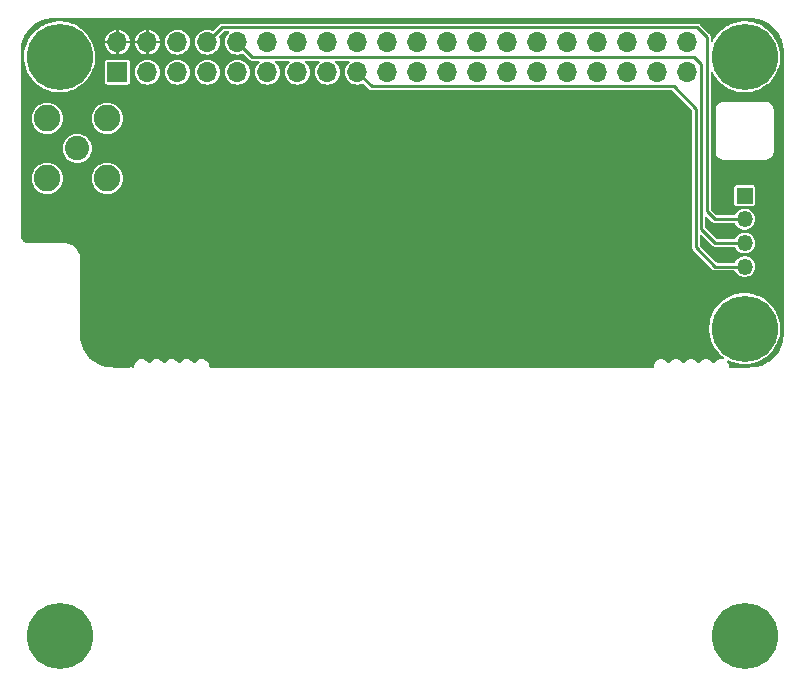
<source format=gbr>
%TF.GenerationSoftware,KiCad,Pcbnew,(6.0.1)*%
%TF.CreationDate,2022-10-10T15:56:49-07:00*%
%TF.ProjectId,WSPR40,57535052-3430-42e6-9b69-6361645f7063,rev?*%
%TF.SameCoordinates,Original*%
%TF.FileFunction,Copper,L2,Bot*%
%TF.FilePolarity,Positive*%
%FSLAX46Y46*%
G04 Gerber Fmt 4.6, Leading zero omitted, Abs format (unit mm)*
G04 Created by KiCad (PCBNEW (6.0.1)) date 2022-10-10 15:56:49*
%MOMM*%
%LPD*%
G01*
G04 APERTURE LIST*
%TA.AperFunction,ComponentPad*%
%ADD10R,1.350000X1.350000*%
%TD*%
%TA.AperFunction,ComponentPad*%
%ADD11O,1.350000X1.350000*%
%TD*%
%TA.AperFunction,ComponentPad*%
%ADD12C,5.600000*%
%TD*%
%TA.AperFunction,ComponentPad*%
%ADD13C,2.250000*%
%TD*%
%TA.AperFunction,ComponentPad*%
%ADD14C,2.050000*%
%TD*%
%TA.AperFunction,ComponentPad*%
%ADD15O,1.700000X1.700000*%
%TD*%
%TA.AperFunction,ComponentPad*%
%ADD16R,1.700000X1.700000*%
%TD*%
%TA.AperFunction,ViaPad*%
%ADD17C,0.800000*%
%TD*%
%TA.AperFunction,Conductor*%
%ADD18C,0.250000*%
%TD*%
G04 APERTURE END LIST*
D10*
%TO.P,J1,1,Pin_1*%
%TO.N,GND*%
X111500000Y-65250000D03*
D11*
%TO.P,J1,2,Pin_2*%
%TO.N,/TX*%
X111500000Y-67250000D03*
%TO.P,J1,3,Pin_3*%
%TO.N,/RX*%
X111500000Y-69250000D03*
%TO.P,J1,4,Pin_4*%
%TO.N,/3.3v*%
X111500000Y-71250000D03*
%TD*%
D12*
%TO.P,H3,1*%
%TO.N,N/C*%
X111500000Y-76500000D03*
%TD*%
D13*
%TO.P,J3,2,Pin_2*%
%TO.N,GND*%
X57540000Y-58710000D03*
X52460000Y-63790000D03*
X57540000Y-63790000D03*
X52460000Y-58710000D03*
D14*
%TO.P,J3,1,Pin_1*%
%TO.N,Net-(J3-Pad1)*%
X55000000Y-61250000D03*
%TD*%
D12*
%TO.P,H2,1*%
%TO.N,N/C*%
X111500000Y-53500000D03*
%TD*%
%TO.P,H1,1*%
%TO.N,N/C*%
X53500000Y-53500000D03*
%TD*%
%TO.P,H5,1*%
%TO.N,N/C*%
X53500000Y-102500000D03*
%TD*%
%TO.P,H4,1*%
%TO.N,N/C*%
X111500000Y-102500000D03*
%TD*%
D15*
%TO.P,J2,40,Pin_40*%
%TO.N,unconnected-(J2-Pad40)*%
X106660000Y-52250000D03*
%TO.P,J2,39,Pin_39*%
%TO.N,GND*%
X106660000Y-54790000D03*
%TO.P,J2,38,Pin_38*%
%TO.N,unconnected-(J2-Pad38)*%
X104120000Y-52250000D03*
%TO.P,J2,37,Pin_37*%
%TO.N,unconnected-(J2-Pad37)*%
X104120000Y-54790000D03*
%TO.P,J2,36,Pin_36*%
%TO.N,unconnected-(J2-Pad36)*%
X101580000Y-52250000D03*
%TO.P,J2,35,Pin_35*%
%TO.N,Net-(J2-Pad35)*%
X101580000Y-54790000D03*
%TO.P,J2,34,Pin_34*%
%TO.N,GND*%
X99040000Y-52250000D03*
%TO.P,J2,33,Pin_33*%
%TO.N,unconnected-(J2-Pad33)*%
X99040000Y-54790000D03*
%TO.P,J2,32,Pin_32*%
%TO.N,unconnected-(J2-Pad32)*%
X96500000Y-52250000D03*
%TO.P,J2,31,Pin_31*%
%TO.N,unconnected-(J2-Pad31)*%
X96500000Y-54790000D03*
%TO.P,J2,30,Pin_30*%
%TO.N,GND*%
X93960000Y-52250000D03*
%TO.P,J2,29,Pin_29*%
%TO.N,unconnected-(J2-Pad29)*%
X93960000Y-54790000D03*
%TO.P,J2,28,Pin_28*%
%TO.N,unconnected-(J2-Pad28)*%
X91420000Y-52250000D03*
%TO.P,J2,27,Pin_27*%
%TO.N,unconnected-(J2-Pad27)*%
X91420000Y-54790000D03*
%TO.P,J2,26,Pin_26*%
%TO.N,unconnected-(J2-Pad26)*%
X88880000Y-52250000D03*
%TO.P,J2,25,Pin_25*%
%TO.N,GND*%
X88880000Y-54790000D03*
%TO.P,J2,24,Pin_24*%
%TO.N,unconnected-(J2-Pad24)*%
X86340000Y-52250000D03*
%TO.P,J2,23,Pin_23*%
%TO.N,unconnected-(J2-Pad23)*%
X86340000Y-54790000D03*
%TO.P,J2,22,Pin_22*%
%TO.N,unconnected-(J2-Pad22)*%
X83800000Y-52250000D03*
%TO.P,J2,21,Pin_21*%
%TO.N,unconnected-(J2-Pad21)*%
X83800000Y-54790000D03*
%TO.P,J2,20,Pin_20*%
%TO.N,GND*%
X81260000Y-52250000D03*
%TO.P,J2,19,Pin_19*%
%TO.N,unconnected-(J2-Pad19)*%
X81260000Y-54790000D03*
%TO.P,J2,18,Pin_18*%
%TO.N,unconnected-(J2-Pad18)*%
X78720000Y-52250000D03*
%TO.P,J2,17,Pin_17*%
%TO.N,/3.3v*%
X78720000Y-54790000D03*
%TO.P,J2,16,Pin_16*%
%TO.N,unconnected-(J2-Pad16)*%
X76180000Y-52250000D03*
%TO.P,J2,15,Pin_15*%
%TO.N,unconnected-(J2-Pad15)*%
X76180000Y-54790000D03*
%TO.P,J2,14,Pin_14*%
%TO.N,GND*%
X73640000Y-52250000D03*
%TO.P,J2,13,Pin_13*%
%TO.N,unconnected-(J2-Pad13)*%
X73640000Y-54790000D03*
%TO.P,J2,12,Pin_12*%
%TO.N,Net-(J2-Pad12)*%
X71100000Y-52250000D03*
%TO.P,J2,11,Pin_11*%
%TO.N,unconnected-(J2-Pad11)*%
X71100000Y-54790000D03*
%TO.P,J2,10,Pin_10*%
%TO.N,/RX*%
X68560000Y-52250000D03*
%TO.P,J2,9,Pin_9*%
%TO.N,GND*%
X68560000Y-54790000D03*
%TO.P,J2,8,Pin_8*%
%TO.N,/TX*%
X66020000Y-52250000D03*
%TO.P,J2,7,Pin_7*%
%TO.N,Net-(C8-Pad1)*%
X66020000Y-54790000D03*
%TO.P,J2,6,Pin_6*%
%TO.N,GND*%
X63480000Y-52250000D03*
%TO.P,J2,5,Pin_5*%
%TO.N,unconnected-(J2-Pad5)*%
X63480000Y-54790000D03*
%TO.P,J2,4,Pin_4*%
%TO.N,VCC*%
X60940000Y-52250000D03*
%TO.P,J2,3,Pin_3*%
%TO.N,unconnected-(J2-Pad3)*%
X60940000Y-54790000D03*
%TO.P,J2,2,Pin_2*%
%TO.N,VCC*%
X58400000Y-52250000D03*
D16*
%TO.P,J2,1,Pin_1*%
%TO.N,unconnected-(J2-Pad1)*%
X58400000Y-54790000D03*
%TD*%
D17*
%TO.N,VCC*%
X100750000Y-59000000D03*
X71250000Y-61250000D03*
%TD*%
D18*
%TO.N,/3.3v*%
X107384991Y-57884991D02*
X105500000Y-56000000D01*
X79930000Y-56000000D02*
X78720000Y-54790000D01*
X107384991Y-69634991D02*
X107384991Y-57884991D01*
X109000000Y-71250000D02*
X107384991Y-69634991D01*
X111500000Y-71250000D02*
X109000000Y-71250000D01*
X105500000Y-56000000D02*
X79930000Y-56000000D01*
%TO.N,/TX*%
X109000000Y-67250000D02*
X111500000Y-67250000D01*
X67270000Y-51000000D02*
X107500000Y-51000000D01*
X66020000Y-52250000D02*
X67270000Y-51000000D01*
X108284031Y-51784031D02*
X108284031Y-66534031D01*
X108284031Y-66534031D02*
X109000000Y-67250000D01*
X107500000Y-51000000D02*
X108284031Y-51784031D01*
%TO.N,/RX*%
X68560000Y-52250000D02*
X69810000Y-53500000D01*
X109000000Y-69250000D02*
X111500000Y-69250000D01*
X107834511Y-54084511D02*
X107834511Y-68084511D01*
X69810000Y-53500000D02*
X107250000Y-53500000D01*
X107834511Y-68084511D02*
X109000000Y-69250000D01*
X107250000Y-53500000D02*
X107834511Y-54084511D01*
%TD*%
%TA.AperFunction,Conductor*%
%TO.N,VCC*%
G36*
X111988227Y-50202518D02*
G01*
X111988778Y-50202645D01*
X111988779Y-50202645D01*
X111999642Y-50205143D01*
X112010515Y-50202683D01*
X112020797Y-50202701D01*
X112031781Y-50201785D01*
X112307954Y-50217295D01*
X112318976Y-50218536D01*
X112529395Y-50254288D01*
X112617572Y-50269270D01*
X112628396Y-50271740D01*
X112727938Y-50300417D01*
X112919445Y-50355590D01*
X112929918Y-50359255D01*
X113209739Y-50475160D01*
X113219736Y-50479974D01*
X113343449Y-50548348D01*
X113484821Y-50626482D01*
X113494221Y-50632388D01*
X113664561Y-50753250D01*
X113741236Y-50807654D01*
X113749916Y-50814576D01*
X113975753Y-51016396D01*
X113983604Y-51024247D01*
X114008267Y-51051845D01*
X114152386Y-51213114D01*
X114185424Y-51250084D01*
X114192344Y-51258761D01*
X114284081Y-51388053D01*
X114367612Y-51505779D01*
X114373518Y-51515179D01*
X114487793Y-51721942D01*
X114520023Y-51780258D01*
X114524840Y-51790261D01*
X114640745Y-52070082D01*
X114644410Y-52080555D01*
X114688981Y-52235262D01*
X114728260Y-52371604D01*
X114730730Y-52382428D01*
X114780839Y-52677344D01*
X114781463Y-52681019D01*
X114782705Y-52692046D01*
X114791799Y-52853973D01*
X114798186Y-52967701D01*
X114797341Y-52977630D01*
X114797375Y-52977630D01*
X114797355Y-52988777D01*
X114794857Y-52999642D01*
X114797317Y-53010514D01*
X114797317Y-53010516D01*
X114797559Y-53011583D01*
X114800000Y-53033432D01*
X114800000Y-76966040D01*
X114797482Y-76988227D01*
X114794857Y-76999642D01*
X114797317Y-77010515D01*
X114797299Y-77020797D01*
X114798215Y-77031781D01*
X114794562Y-77096826D01*
X114782706Y-77307949D01*
X114781464Y-77318976D01*
X114745712Y-77529395D01*
X114730730Y-77617572D01*
X114728260Y-77628396D01*
X114644410Y-77919445D01*
X114640745Y-77929918D01*
X114524840Y-78209739D01*
X114520026Y-78219736D01*
X114473817Y-78303344D01*
X114373518Y-78484821D01*
X114367612Y-78494221D01*
X114192346Y-78741236D01*
X114185424Y-78749916D01*
X113983604Y-78975753D01*
X113975753Y-78983604D01*
X113749916Y-79185424D01*
X113741239Y-79192344D01*
X113702753Y-79219651D01*
X113494221Y-79367612D01*
X113484821Y-79373518D01*
X113219736Y-79520026D01*
X113209739Y-79524840D01*
X112929918Y-79640745D01*
X112919445Y-79644410D01*
X112729568Y-79699113D01*
X112628396Y-79728260D01*
X112617572Y-79730730D01*
X112529395Y-79745712D01*
X112318976Y-79781464D01*
X112307954Y-79782705D01*
X112032297Y-79798186D01*
X112022370Y-79797341D01*
X112022370Y-79797375D01*
X112011223Y-79797355D01*
X112000358Y-79794857D01*
X111989486Y-79797317D01*
X111989484Y-79797317D01*
X111988417Y-79797559D01*
X111966568Y-79800000D01*
X110534222Y-79800000D01*
X110511870Y-79797443D01*
X110500716Y-79794858D01*
X110500000Y-79794857D01*
X110494557Y-79796098D01*
X110489160Y-79796702D01*
X110483213Y-79797610D01*
X110454500Y-79799870D01*
X110315568Y-79810804D01*
X110315563Y-79810805D01*
X110311698Y-79811109D01*
X110307920Y-79812016D01*
X110305907Y-79812499D01*
X110305213Y-79812444D01*
X110304073Y-79812625D01*
X110304030Y-79812351D01*
X110244911Y-79807698D01*
X110198385Y-79767961D01*
X110183992Y-79722450D01*
X110183684Y-79717543D01*
X110177819Y-79624330D01*
X110152156Y-79545349D01*
X110129446Y-79475453D01*
X110129445Y-79475450D01*
X110127522Y-79469533D01*
X110124189Y-79464280D01*
X110124187Y-79464277D01*
X110042655Y-79335803D01*
X110027439Y-79276539D01*
X110049963Y-79219651D01*
X110101624Y-79186866D01*
X110162689Y-79190708D01*
X110174380Y-79196247D01*
X110191876Y-79205985D01*
X110194516Y-79207079D01*
X110194517Y-79207079D01*
X110486074Y-79327845D01*
X110511563Y-79338403D01*
X110844352Y-79433201D01*
X110955640Y-79451425D01*
X111183021Y-79488660D01*
X111183024Y-79488660D01*
X111185831Y-79489120D01*
X111531474Y-79505420D01*
X111534319Y-79505226D01*
X111534323Y-79505226D01*
X111873854Y-79482079D01*
X111876700Y-79481885D01*
X112136901Y-79433660D01*
X112214123Y-79419348D01*
X112214126Y-79419347D01*
X112216933Y-79418827D01*
X112547663Y-79317081D01*
X112550266Y-79315938D01*
X112550275Y-79315935D01*
X112861902Y-79179140D01*
X112861909Y-79179137D01*
X112864507Y-79177996D01*
X112866960Y-79176563D01*
X112866969Y-79176558D01*
X113160806Y-79004853D01*
X113160807Y-79004852D01*
X113163265Y-79003416D01*
X113439978Y-78795654D01*
X113580741Y-78662075D01*
X113688909Y-78559428D01*
X113688914Y-78559423D01*
X113690977Y-78557465D01*
X113692805Y-78555279D01*
X113911108Y-78294192D01*
X113911113Y-78294185D01*
X113912936Y-78292005D01*
X114102913Y-78002792D01*
X114258390Y-77693662D01*
X114355324Y-77428777D01*
X114376323Y-77371394D01*
X114376324Y-77371391D01*
X114377305Y-77368710D01*
X114458084Y-77032243D01*
X114459470Y-77020797D01*
X114499389Y-76690913D01*
X114499389Y-76690910D01*
X114499654Y-76688722D01*
X114505585Y-76500000D01*
X114500142Y-76405592D01*
X114485830Y-76157393D01*
X114485666Y-76154547D01*
X114485176Y-76151739D01*
X114426663Y-75816471D01*
X114426661Y-75816463D01*
X114426174Y-75813672D01*
X114327897Y-75481894D01*
X114192138Y-75163611D01*
X114142893Y-75077274D01*
X114022106Y-74865513D01*
X114020696Y-74863041D01*
X113815843Y-74584168D01*
X113813912Y-74582090D01*
X113813907Y-74582084D01*
X113582235Y-74332776D01*
X113580295Y-74330688D01*
X113578131Y-74328840D01*
X113578126Y-74328835D01*
X113479435Y-74244545D01*
X113317174Y-74105962D01*
X113029967Y-73912967D01*
X112722482Y-73754261D01*
X112719810Y-73753251D01*
X112719807Y-73753250D01*
X112599186Y-73707672D01*
X112398793Y-73631950D01*
X112396028Y-73631255D01*
X112396020Y-73631253D01*
X112171944Y-73574969D01*
X112063190Y-73547652D01*
X111862043Y-73521171D01*
X111722952Y-73502859D01*
X111722947Y-73502859D01*
X111720124Y-73502487D01*
X111717278Y-73502442D01*
X111717274Y-73502442D01*
X111534159Y-73499565D01*
X111374139Y-73497051D01*
X111371294Y-73497335D01*
X111032657Y-73531136D01*
X111032655Y-73531136D01*
X111029823Y-73531419D01*
X111027049Y-73532024D01*
X111027048Y-73532024D01*
X110955372Y-73547652D01*
X110691739Y-73605133D01*
X110364367Y-73717217D01*
X110052048Y-73866186D01*
X110049635Y-73867700D01*
X110049629Y-73867703D01*
X109974933Y-73914560D01*
X109758921Y-74050064D01*
X109488871Y-74266415D01*
X109245477Y-74512371D01*
X109190815Y-74582084D01*
X109033721Y-74782433D01*
X109033716Y-74782440D01*
X109031966Y-74784672D01*
X108851168Y-75079709D01*
X108705478Y-75393570D01*
X108596828Y-75722097D01*
X108526658Y-76060935D01*
X108495898Y-76405592D01*
X108504956Y-76751501D01*
X108505360Y-76754337D01*
X108541050Y-77005106D01*
X108553712Y-77094076D01*
X108554432Y-77096819D01*
X108554433Y-77096826D01*
X108626465Y-77371394D01*
X108641519Y-77428777D01*
X108642555Y-77431433D01*
X108743752Y-77690989D01*
X108767214Y-77751167D01*
X108768546Y-77753682D01*
X108768547Y-77753685D01*
X108861858Y-77929919D01*
X108929130Y-78056974D01*
X109125122Y-78342144D01*
X109352592Y-78602898D01*
X109354702Y-78604818D01*
X109354704Y-78604820D01*
X109564428Y-78795654D01*
X109608524Y-78835778D01*
X109610837Y-78837440D01*
X109610848Y-78837449D01*
X109749879Y-78937352D01*
X109786102Y-78986662D01*
X109786423Y-79047847D01*
X109750719Y-79097535D01*
X109692628Y-79116747D01*
X109667489Y-79113638D01*
X109627418Y-79103350D01*
X109621381Y-79101800D01*
X109499472Y-79101800D01*
X109408596Y-79113281D01*
X109384702Y-79116299D01*
X109384701Y-79116299D01*
X109378521Y-79117080D01*
X109227188Y-79176997D01*
X109222149Y-79180658D01*
X109200686Y-79196252D01*
X109095510Y-79272666D01*
X108991761Y-79398077D01*
X108989107Y-79403717D01*
X108986021Y-79408580D01*
X108938877Y-79447582D01*
X108877813Y-79451425D01*
X108826152Y-79418642D01*
X108818843Y-79408582D01*
X108773650Y-79337369D01*
X108773644Y-79337362D01*
X108770310Y-79332108D01*
X108765773Y-79327848D01*
X108765771Y-79327845D01*
X108656203Y-79224954D01*
X108656202Y-79224953D01*
X108651661Y-79220689D01*
X108646199Y-79217686D01*
X108514489Y-79145278D01*
X108514485Y-79145277D01*
X108509031Y-79142278D01*
X108503005Y-79140731D01*
X108503003Y-79140730D01*
X108357416Y-79103349D01*
X108357412Y-79103348D01*
X108351381Y-79101800D01*
X108229472Y-79101800D01*
X108138596Y-79113281D01*
X108114702Y-79116299D01*
X108114701Y-79116299D01*
X108108521Y-79117080D01*
X107957188Y-79176997D01*
X107952149Y-79180658D01*
X107930686Y-79196252D01*
X107825510Y-79272666D01*
X107721761Y-79398077D01*
X107719107Y-79403717D01*
X107716021Y-79408580D01*
X107668877Y-79447582D01*
X107607813Y-79451425D01*
X107556152Y-79418642D01*
X107548843Y-79408582D01*
X107503650Y-79337369D01*
X107503644Y-79337362D01*
X107500310Y-79332108D01*
X107495773Y-79327848D01*
X107495771Y-79327845D01*
X107386203Y-79224954D01*
X107386202Y-79224953D01*
X107381661Y-79220689D01*
X107376199Y-79217686D01*
X107244489Y-79145278D01*
X107244485Y-79145277D01*
X107239031Y-79142278D01*
X107233005Y-79140731D01*
X107233003Y-79140730D01*
X107087416Y-79103349D01*
X107087412Y-79103348D01*
X107081381Y-79101800D01*
X106959472Y-79101800D01*
X106868596Y-79113281D01*
X106844702Y-79116299D01*
X106844701Y-79116299D01*
X106838521Y-79117080D01*
X106687188Y-79176997D01*
X106682149Y-79180658D01*
X106660686Y-79196252D01*
X106555510Y-79272666D01*
X106451761Y-79398077D01*
X106449107Y-79403717D01*
X106446021Y-79408580D01*
X106398877Y-79447582D01*
X106337813Y-79451425D01*
X106286152Y-79418642D01*
X106278843Y-79408582D01*
X106233650Y-79337369D01*
X106233644Y-79337362D01*
X106230310Y-79332108D01*
X106225773Y-79327848D01*
X106225771Y-79327845D01*
X106116203Y-79224954D01*
X106116202Y-79224953D01*
X106111661Y-79220689D01*
X106106199Y-79217686D01*
X105974489Y-79145278D01*
X105974485Y-79145277D01*
X105969031Y-79142278D01*
X105963005Y-79140731D01*
X105963003Y-79140730D01*
X105817416Y-79103349D01*
X105817412Y-79103348D01*
X105811381Y-79101800D01*
X105689472Y-79101800D01*
X105598596Y-79113281D01*
X105574702Y-79116299D01*
X105574701Y-79116299D01*
X105568521Y-79117080D01*
X105417188Y-79176997D01*
X105412149Y-79180658D01*
X105390686Y-79196252D01*
X105285510Y-79272666D01*
X105181761Y-79398077D01*
X105179107Y-79403717D01*
X105176021Y-79408580D01*
X105128877Y-79447582D01*
X105067813Y-79451425D01*
X105016152Y-79418642D01*
X105008843Y-79408582D01*
X104963650Y-79337369D01*
X104963644Y-79337362D01*
X104960310Y-79332108D01*
X104955773Y-79327848D01*
X104955771Y-79327845D01*
X104846203Y-79224954D01*
X104846202Y-79224953D01*
X104841661Y-79220689D01*
X104836199Y-79217686D01*
X104704489Y-79145278D01*
X104704485Y-79145277D01*
X104699031Y-79142278D01*
X104693005Y-79140731D01*
X104693003Y-79140730D01*
X104547416Y-79103349D01*
X104547412Y-79103348D01*
X104541381Y-79101800D01*
X104419472Y-79101800D01*
X104328596Y-79113281D01*
X104304702Y-79116299D01*
X104304701Y-79116299D01*
X104298521Y-79117080D01*
X104147188Y-79176997D01*
X104142149Y-79180658D01*
X104120686Y-79196252D01*
X104015510Y-79272666D01*
X103911761Y-79398077D01*
X103909110Y-79403710D01*
X103909109Y-79403712D01*
X103895600Y-79432421D01*
X103842460Y-79545349D01*
X103811961Y-79705229D01*
X103812352Y-79711441D01*
X103811960Y-79717664D01*
X103810038Y-79717543D01*
X103796990Y-79768367D01*
X103749846Y-79807369D01*
X103696156Y-79811175D01*
X103695926Y-79812626D01*
X103692074Y-79812016D01*
X103688301Y-79811110D01*
X103684436Y-79810806D01*
X103684431Y-79810805D01*
X103517805Y-79797691D01*
X103511750Y-79796757D01*
X103511749Y-79796767D01*
X103506181Y-79796126D01*
X103500715Y-79794859D01*
X103499999Y-79794858D01*
X103494550Y-79796101D01*
X103488320Y-79797522D01*
X103466303Y-79800001D01*
X66534223Y-79800001D01*
X66511871Y-79797444D01*
X66500717Y-79794859D01*
X66500001Y-79794858D01*
X66494558Y-79796099D01*
X66489161Y-79796703D01*
X66483214Y-79797611D01*
X66465640Y-79798994D01*
X66315569Y-79810805D01*
X66315564Y-79810806D01*
X66311699Y-79811110D01*
X66307923Y-79812017D01*
X66307920Y-79812017D01*
X66305903Y-79812501D01*
X66305209Y-79812446D01*
X66304074Y-79812626D01*
X66304031Y-79812354D01*
X66244907Y-79807697D01*
X66198383Y-79767958D01*
X66183992Y-79722451D01*
X66183684Y-79717543D01*
X66177819Y-79624330D01*
X66152156Y-79545349D01*
X66129446Y-79475453D01*
X66129445Y-79475450D01*
X66127522Y-79469533D01*
X66124189Y-79464280D01*
X66124187Y-79464277D01*
X66064882Y-79370828D01*
X66040310Y-79332108D01*
X66035773Y-79327848D01*
X66035771Y-79327845D01*
X65926203Y-79224954D01*
X65926202Y-79224953D01*
X65921661Y-79220689D01*
X65916199Y-79217686D01*
X65784489Y-79145278D01*
X65784485Y-79145277D01*
X65779031Y-79142278D01*
X65773005Y-79140731D01*
X65773003Y-79140730D01*
X65627416Y-79103349D01*
X65627412Y-79103348D01*
X65621381Y-79101800D01*
X65499472Y-79101800D01*
X65408596Y-79113281D01*
X65384702Y-79116299D01*
X65384701Y-79116299D01*
X65378521Y-79117080D01*
X65227188Y-79176997D01*
X65222149Y-79180658D01*
X65200686Y-79196252D01*
X65095510Y-79272666D01*
X64991761Y-79398077D01*
X64989107Y-79403717D01*
X64986021Y-79408580D01*
X64938877Y-79447582D01*
X64877813Y-79451425D01*
X64826152Y-79418642D01*
X64818843Y-79408582D01*
X64773650Y-79337369D01*
X64773644Y-79337362D01*
X64770310Y-79332108D01*
X64765773Y-79327848D01*
X64765771Y-79327845D01*
X64656203Y-79224954D01*
X64656202Y-79224953D01*
X64651661Y-79220689D01*
X64646199Y-79217686D01*
X64514489Y-79145278D01*
X64514485Y-79145277D01*
X64509031Y-79142278D01*
X64503005Y-79140731D01*
X64503003Y-79140730D01*
X64357416Y-79103349D01*
X64357412Y-79103348D01*
X64351381Y-79101800D01*
X64229472Y-79101800D01*
X64138596Y-79113281D01*
X64114702Y-79116299D01*
X64114701Y-79116299D01*
X64108521Y-79117080D01*
X63957188Y-79176997D01*
X63952149Y-79180658D01*
X63930686Y-79196252D01*
X63825510Y-79272666D01*
X63721761Y-79398077D01*
X63719107Y-79403717D01*
X63716021Y-79408580D01*
X63668877Y-79447582D01*
X63607813Y-79451425D01*
X63556152Y-79418642D01*
X63548843Y-79408582D01*
X63503650Y-79337369D01*
X63503644Y-79337362D01*
X63500310Y-79332108D01*
X63495773Y-79327848D01*
X63495771Y-79327845D01*
X63386203Y-79224954D01*
X63386202Y-79224953D01*
X63381661Y-79220689D01*
X63376199Y-79217686D01*
X63244489Y-79145278D01*
X63244485Y-79145277D01*
X63239031Y-79142278D01*
X63233005Y-79140731D01*
X63233003Y-79140730D01*
X63087416Y-79103349D01*
X63087412Y-79103348D01*
X63081381Y-79101800D01*
X62959472Y-79101800D01*
X62868596Y-79113281D01*
X62844702Y-79116299D01*
X62844701Y-79116299D01*
X62838521Y-79117080D01*
X62687188Y-79176997D01*
X62682149Y-79180658D01*
X62660686Y-79196252D01*
X62555510Y-79272666D01*
X62451761Y-79398077D01*
X62449107Y-79403717D01*
X62446021Y-79408580D01*
X62398877Y-79447582D01*
X62337813Y-79451425D01*
X62286152Y-79418642D01*
X62278843Y-79408582D01*
X62233650Y-79337369D01*
X62233644Y-79337362D01*
X62230310Y-79332108D01*
X62225773Y-79327848D01*
X62225771Y-79327845D01*
X62116203Y-79224954D01*
X62116202Y-79224953D01*
X62111661Y-79220689D01*
X62106199Y-79217686D01*
X61974489Y-79145278D01*
X61974485Y-79145277D01*
X61969031Y-79142278D01*
X61963005Y-79140731D01*
X61963003Y-79140730D01*
X61817416Y-79103349D01*
X61817412Y-79103348D01*
X61811381Y-79101800D01*
X61689472Y-79101800D01*
X61598596Y-79113281D01*
X61574702Y-79116299D01*
X61574701Y-79116299D01*
X61568521Y-79117080D01*
X61417188Y-79176997D01*
X61412149Y-79180658D01*
X61390686Y-79196252D01*
X61285510Y-79272666D01*
X61181761Y-79398077D01*
X61179107Y-79403717D01*
X61176021Y-79408580D01*
X61128877Y-79447582D01*
X61067813Y-79451425D01*
X61016152Y-79418642D01*
X61008843Y-79408582D01*
X60963650Y-79337369D01*
X60963644Y-79337362D01*
X60960310Y-79332108D01*
X60955773Y-79327848D01*
X60955771Y-79327845D01*
X60846203Y-79224954D01*
X60846202Y-79224953D01*
X60841661Y-79220689D01*
X60836199Y-79217686D01*
X60704489Y-79145278D01*
X60704485Y-79145277D01*
X60699031Y-79142278D01*
X60693005Y-79140731D01*
X60693003Y-79140730D01*
X60547416Y-79103349D01*
X60547412Y-79103348D01*
X60541381Y-79101800D01*
X60419472Y-79101800D01*
X60328596Y-79113281D01*
X60304702Y-79116299D01*
X60304701Y-79116299D01*
X60298521Y-79117080D01*
X60147188Y-79176997D01*
X60142149Y-79180658D01*
X60120686Y-79196252D01*
X60015510Y-79272666D01*
X59911761Y-79398077D01*
X59909110Y-79403710D01*
X59909109Y-79403712D01*
X59895600Y-79432421D01*
X59842460Y-79545349D01*
X59811961Y-79705229D01*
X59812352Y-79711441D01*
X59811960Y-79717664D01*
X59810038Y-79717543D01*
X59796990Y-79768367D01*
X59749846Y-79807369D01*
X59696156Y-79811175D01*
X59695926Y-79812626D01*
X59692074Y-79812016D01*
X59688301Y-79811110D01*
X59684436Y-79810806D01*
X59684431Y-79810805D01*
X59517805Y-79797691D01*
X59511750Y-79796757D01*
X59511749Y-79796767D01*
X59506181Y-79796126D01*
X59500715Y-79794859D01*
X59499999Y-79794858D01*
X59494550Y-79796101D01*
X59488320Y-79797522D01*
X59466303Y-79800001D01*
X58033959Y-79800001D01*
X58011772Y-79797483D01*
X58011221Y-79797356D01*
X58011220Y-79797356D01*
X58000357Y-79794858D01*
X57989484Y-79797318D01*
X57979202Y-79797300D01*
X57968218Y-79798216D01*
X57692045Y-79782706D01*
X57681023Y-79781465D01*
X57470604Y-79745713D01*
X57382427Y-79730731D01*
X57371603Y-79728261D01*
X57270428Y-79699113D01*
X57080554Y-79644411D01*
X57070081Y-79640746D01*
X56790260Y-79524841D01*
X56780263Y-79520027D01*
X56515176Y-79373518D01*
X56505778Y-79367613D01*
X56366801Y-79269004D01*
X56258760Y-79192345D01*
X56250083Y-79185425D01*
X56205159Y-79145278D01*
X56084777Y-79037699D01*
X56024246Y-78983605D01*
X56016395Y-78975754D01*
X55814575Y-78749917D01*
X55807653Y-78741237D01*
X55807653Y-78741236D01*
X55632386Y-78494221D01*
X55626481Y-78484822D01*
X55479976Y-78219743D01*
X55475159Y-78209740D01*
X55359254Y-77929919D01*
X55355587Y-77919441D01*
X55271739Y-77628397D01*
X55269269Y-77617573D01*
X55226514Y-77365937D01*
X55218535Y-77318977D01*
X55217293Y-77307950D01*
X55201966Y-77035012D01*
X55201813Y-77032298D01*
X55202658Y-77022371D01*
X55202624Y-77022371D01*
X55202644Y-77011224D01*
X55205142Y-77000359D01*
X55202682Y-76989487D01*
X55202682Y-76989485D01*
X55202440Y-76988418D01*
X55199999Y-76966569D01*
X55200000Y-70534222D01*
X55202557Y-70511867D01*
X55203875Y-70506181D01*
X55205142Y-70500716D01*
X55205143Y-70500000D01*
X55203902Y-70494557D01*
X55203298Y-70489160D01*
X55202390Y-70483212D01*
X55189196Y-70315568D01*
X55189195Y-70315563D01*
X55188891Y-70311698D01*
X55144797Y-70128033D01*
X55095632Y-70009336D01*
X55074005Y-69957123D01*
X55074002Y-69957118D01*
X55072515Y-69953527D01*
X55060742Y-69934314D01*
X55010920Y-69853013D01*
X54973823Y-69792476D01*
X54851153Y-69648847D01*
X54734895Y-69549554D01*
X54710484Y-69528705D01*
X54707524Y-69526177D01*
X54616044Y-69470118D01*
X54549793Y-69429519D01*
X54549788Y-69429517D01*
X54546473Y-69427485D01*
X54542882Y-69425998D01*
X54542877Y-69425995D01*
X54449938Y-69387499D01*
X54371967Y-69355203D01*
X54188302Y-69311109D01*
X54184437Y-69310805D01*
X54184432Y-69310804D01*
X54017806Y-69297690D01*
X54011751Y-69296756D01*
X54011750Y-69296766D01*
X54006182Y-69296125D01*
X54000716Y-69294858D01*
X54000000Y-69294857D01*
X53994551Y-69296100D01*
X53988321Y-69297521D01*
X53966304Y-69300000D01*
X51033960Y-69300000D01*
X51011773Y-69297482D01*
X51000358Y-69294857D01*
X50989484Y-69297318D01*
X50978335Y-69297298D01*
X50978337Y-69296284D01*
X50968476Y-69296895D01*
X50912462Y-69291378D01*
X50853630Y-69285584D01*
X50834600Y-69281798D01*
X50729773Y-69250000D01*
X50703183Y-69241934D01*
X50685255Y-69234508D01*
X50564143Y-69169772D01*
X50548009Y-69158992D01*
X50522947Y-69138425D01*
X50441848Y-69071869D01*
X50428131Y-69058152D01*
X50341008Y-68951991D01*
X50330227Y-68935856D01*
X50314051Y-68905593D01*
X50265492Y-68814745D01*
X50258066Y-68796817D01*
X50218202Y-68665402D01*
X50214416Y-68646368D01*
X50203103Y-68531507D01*
X50202626Y-68521629D01*
X50202644Y-68511225D01*
X50205143Y-68500358D01*
X50202441Y-68488417D01*
X50200000Y-68466568D01*
X50200000Y-63790000D01*
X51129437Y-63790000D01*
X51149651Y-64021050D01*
X51209680Y-64245079D01*
X51307699Y-64455281D01*
X51440730Y-64645269D01*
X51604731Y-64809270D01*
X51794718Y-64942301D01*
X52004921Y-65040320D01*
X52009092Y-65041438D01*
X52009093Y-65041438D01*
X52224773Y-65099230D01*
X52224776Y-65099230D01*
X52228950Y-65100349D01*
X52460000Y-65120563D01*
X52691050Y-65100349D01*
X52695224Y-65099230D01*
X52695227Y-65099230D01*
X52910907Y-65041438D01*
X52910908Y-65041438D01*
X52915079Y-65040320D01*
X53125282Y-64942301D01*
X53315269Y-64809270D01*
X53479270Y-64645269D01*
X53612301Y-64455281D01*
X53710320Y-64245079D01*
X53770349Y-64021050D01*
X53790563Y-63790000D01*
X56209437Y-63790000D01*
X56229651Y-64021050D01*
X56289680Y-64245079D01*
X56387699Y-64455281D01*
X56520730Y-64645269D01*
X56684731Y-64809270D01*
X56874718Y-64942301D01*
X57084921Y-65040320D01*
X57089092Y-65041438D01*
X57089093Y-65041438D01*
X57304773Y-65099230D01*
X57304776Y-65099230D01*
X57308950Y-65100349D01*
X57540000Y-65120563D01*
X57771050Y-65100349D01*
X57775224Y-65099230D01*
X57775227Y-65099230D01*
X57990907Y-65041438D01*
X57990908Y-65041438D01*
X57995079Y-65040320D01*
X58205282Y-64942301D01*
X58395269Y-64809270D01*
X58559270Y-64645269D01*
X58692301Y-64455281D01*
X58790320Y-64245079D01*
X58850349Y-64021050D01*
X58870563Y-63790000D01*
X58850349Y-63558950D01*
X58790320Y-63334921D01*
X58692301Y-63124719D01*
X58559270Y-62934731D01*
X58395269Y-62770730D01*
X58205282Y-62637699D01*
X57995079Y-62539680D01*
X57990907Y-62538562D01*
X57775227Y-62480770D01*
X57775224Y-62480770D01*
X57771050Y-62479651D01*
X57540000Y-62459437D01*
X57308950Y-62479651D01*
X57304776Y-62480770D01*
X57304773Y-62480770D01*
X57177502Y-62514873D01*
X57084921Y-62539680D01*
X56874719Y-62637699D01*
X56684731Y-62770730D01*
X56520730Y-62934731D01*
X56387699Y-63124719D01*
X56289680Y-63334921D01*
X56229651Y-63558950D01*
X56209437Y-63790000D01*
X53790563Y-63790000D01*
X53770349Y-63558950D01*
X53710320Y-63334921D01*
X53612301Y-63124719D01*
X53479270Y-62934731D01*
X53315269Y-62770730D01*
X53125282Y-62637699D01*
X52915079Y-62539680D01*
X52910907Y-62538562D01*
X52695227Y-62480770D01*
X52695224Y-62480770D01*
X52691050Y-62479651D01*
X52460000Y-62459437D01*
X52228950Y-62479651D01*
X52224776Y-62480770D01*
X52224773Y-62480770D01*
X52097502Y-62514873D01*
X52004921Y-62539680D01*
X51794719Y-62637699D01*
X51604731Y-62770730D01*
X51440730Y-62934731D01*
X51307699Y-63124719D01*
X51209680Y-63334921D01*
X51149651Y-63558950D01*
X51129437Y-63790000D01*
X50200000Y-63790000D01*
X50200000Y-61250000D01*
X53769819Y-61250000D01*
X53788508Y-61463619D01*
X53789627Y-61467794D01*
X53789627Y-61467796D01*
X53801887Y-61513549D01*
X53844008Y-61670747D01*
X53934632Y-61865090D01*
X54057627Y-62040745D01*
X54209255Y-62192373D01*
X54384909Y-62315368D01*
X54579253Y-62405992D01*
X54664261Y-62428770D01*
X54782204Y-62460373D01*
X54782206Y-62460373D01*
X54786381Y-62461492D01*
X55000000Y-62480181D01*
X55213619Y-62461492D01*
X55217794Y-62460373D01*
X55217796Y-62460373D01*
X55335739Y-62428770D01*
X55420747Y-62405992D01*
X55615091Y-62315368D01*
X55790745Y-62192373D01*
X55942373Y-62040745D01*
X56065368Y-61865090D01*
X56155992Y-61670747D01*
X56198113Y-61513549D01*
X56210373Y-61467796D01*
X56210373Y-61467794D01*
X56211492Y-61463619D01*
X56230181Y-61250000D01*
X56211492Y-61036381D01*
X56155992Y-60829253D01*
X56065368Y-60634910D01*
X55942373Y-60459255D01*
X55790745Y-60307627D01*
X55615091Y-60184632D01*
X55420747Y-60094008D01*
X55335739Y-60071230D01*
X55217796Y-60039627D01*
X55217794Y-60039627D01*
X55213619Y-60038508D01*
X55000000Y-60019819D01*
X54786381Y-60038508D01*
X54782206Y-60039627D01*
X54782204Y-60039627D01*
X54664261Y-60071230D01*
X54579253Y-60094008D01*
X54384910Y-60184632D01*
X54209255Y-60307627D01*
X54057627Y-60459255D01*
X53934632Y-60634910D01*
X53844008Y-60829253D01*
X53788508Y-61036381D01*
X53769819Y-61250000D01*
X50200000Y-61250000D01*
X50200000Y-58710000D01*
X51129437Y-58710000D01*
X51149651Y-58941050D01*
X51209680Y-59165079D01*
X51307699Y-59375281D01*
X51440730Y-59565269D01*
X51604731Y-59729270D01*
X51794718Y-59862301D01*
X52004921Y-59960320D01*
X52009092Y-59961438D01*
X52009093Y-59961438D01*
X52224773Y-60019230D01*
X52224776Y-60019230D01*
X52228950Y-60020349D01*
X52460000Y-60040563D01*
X52691050Y-60020349D01*
X52695224Y-60019230D01*
X52695227Y-60019230D01*
X52910907Y-59961438D01*
X52910908Y-59961438D01*
X52915079Y-59960320D01*
X53125282Y-59862301D01*
X53315269Y-59729270D01*
X53479270Y-59565269D01*
X53612301Y-59375281D01*
X53710320Y-59165079D01*
X53770349Y-58941050D01*
X53790563Y-58710000D01*
X56209437Y-58710000D01*
X56229651Y-58941050D01*
X56289680Y-59165079D01*
X56387699Y-59375281D01*
X56520730Y-59565269D01*
X56684731Y-59729270D01*
X56874718Y-59862301D01*
X57084921Y-59960320D01*
X57089092Y-59961438D01*
X57089093Y-59961438D01*
X57304773Y-60019230D01*
X57304776Y-60019230D01*
X57308950Y-60020349D01*
X57540000Y-60040563D01*
X57771050Y-60020349D01*
X57775224Y-60019230D01*
X57775227Y-60019230D01*
X57990907Y-59961438D01*
X57990908Y-59961438D01*
X57995079Y-59960320D01*
X58205282Y-59862301D01*
X58395269Y-59729270D01*
X58559270Y-59565269D01*
X58692301Y-59375281D01*
X58790320Y-59165079D01*
X58850349Y-58941050D01*
X58870563Y-58710000D01*
X58850349Y-58478950D01*
X58790320Y-58254921D01*
X58692301Y-58044719D01*
X58677023Y-58022899D01*
X58596076Y-57907296D01*
X58559270Y-57854731D01*
X58395269Y-57690730D01*
X58205282Y-57557699D01*
X57995079Y-57459680D01*
X57990907Y-57458562D01*
X57775227Y-57400770D01*
X57775224Y-57400770D01*
X57771050Y-57399651D01*
X57540000Y-57379437D01*
X57308950Y-57399651D01*
X57304776Y-57400770D01*
X57304773Y-57400770D01*
X57177502Y-57434873D01*
X57084921Y-57459680D01*
X56874719Y-57557699D01*
X56684731Y-57690730D01*
X56520730Y-57854731D01*
X56483924Y-57907296D01*
X56402978Y-58022899D01*
X56387699Y-58044719D01*
X56289680Y-58254921D01*
X56229651Y-58478950D01*
X56209437Y-58710000D01*
X53790563Y-58710000D01*
X53770349Y-58478950D01*
X53710320Y-58254921D01*
X53612301Y-58044719D01*
X53597023Y-58022899D01*
X53516076Y-57907296D01*
X53479270Y-57854731D01*
X53315269Y-57690730D01*
X53125282Y-57557699D01*
X52915079Y-57459680D01*
X52910907Y-57458562D01*
X52695227Y-57400770D01*
X52695224Y-57400770D01*
X52691050Y-57399651D01*
X52460000Y-57379437D01*
X52228950Y-57399651D01*
X52224776Y-57400770D01*
X52224773Y-57400770D01*
X52097502Y-57434873D01*
X52004921Y-57459680D01*
X51794719Y-57557699D01*
X51604731Y-57690730D01*
X51440730Y-57854731D01*
X51403924Y-57907296D01*
X51322978Y-58022899D01*
X51307699Y-58044719D01*
X51209680Y-58254921D01*
X51149651Y-58478950D01*
X51129437Y-58710000D01*
X50200000Y-58710000D01*
X50200000Y-53405592D01*
X50495898Y-53405592D01*
X50498370Y-53500000D01*
X50504667Y-53740448D01*
X50504956Y-53751501D01*
X50553712Y-54094076D01*
X50554432Y-54096819D01*
X50554433Y-54096826D01*
X50631970Y-54392380D01*
X50641519Y-54428777D01*
X50642555Y-54431433D01*
X50743752Y-54690989D01*
X50767214Y-54751167D01*
X50768546Y-54753682D01*
X50768547Y-54753685D01*
X50911599Y-55023863D01*
X50929130Y-55056974D01*
X51125122Y-55342144D01*
X51352592Y-55602898D01*
X51354702Y-55604818D01*
X51354704Y-55604820D01*
X51564428Y-55795654D01*
X51608524Y-55835778D01*
X51712120Y-55910219D01*
X51887208Y-56036033D01*
X51887212Y-56036036D01*
X51889527Y-56037699D01*
X52191876Y-56205985D01*
X52194516Y-56207079D01*
X52194517Y-56207079D01*
X52489497Y-56329263D01*
X52511563Y-56338403D01*
X52844352Y-56433201D01*
X53024190Y-56462650D01*
X53183021Y-56488660D01*
X53183024Y-56488660D01*
X53185831Y-56489120D01*
X53531474Y-56505420D01*
X53534319Y-56505226D01*
X53534323Y-56505226D01*
X53873854Y-56482079D01*
X53876700Y-56481885D01*
X54136901Y-56433660D01*
X54214123Y-56419348D01*
X54214126Y-56419347D01*
X54216933Y-56418827D01*
X54547663Y-56317081D01*
X54550266Y-56315938D01*
X54550275Y-56315935D01*
X54861902Y-56179140D01*
X54861909Y-56179137D01*
X54864507Y-56177996D01*
X54866960Y-56176563D01*
X54866969Y-56176558D01*
X55160806Y-56004853D01*
X55160807Y-56004852D01*
X55163265Y-56003416D01*
X55394838Y-55829546D01*
X55437698Y-55797366D01*
X55437699Y-55797365D01*
X55439978Y-55795654D01*
X55583193Y-55659748D01*
X57349500Y-55659748D01*
X57353687Y-55680796D01*
X57358584Y-55705415D01*
X57361133Y-55718231D01*
X57405448Y-55784552D01*
X57471769Y-55828867D01*
X57481332Y-55830769D01*
X57481334Y-55830770D01*
X57496870Y-55833860D01*
X57530252Y-55840500D01*
X59269748Y-55840500D01*
X59303130Y-55833860D01*
X59318666Y-55830770D01*
X59318668Y-55830769D01*
X59328231Y-55828867D01*
X59394552Y-55784552D01*
X59438867Y-55718231D01*
X59441417Y-55705415D01*
X59446313Y-55680796D01*
X59450500Y-55659748D01*
X59450500Y-54775262D01*
X59884520Y-54775262D01*
X59901759Y-54980553D01*
X59958544Y-55178586D01*
X60052712Y-55361818D01*
X60180677Y-55523270D01*
X60184357Y-55526402D01*
X60184359Y-55526404D01*
X60228395Y-55563881D01*
X60337564Y-55656791D01*
X60341787Y-55659151D01*
X60341791Y-55659154D01*
X60385248Y-55683441D01*
X60517398Y-55757297D01*
X60521996Y-55758791D01*
X60708724Y-55819463D01*
X60708726Y-55819464D01*
X60713329Y-55820959D01*
X60917894Y-55845351D01*
X60922716Y-55844980D01*
X60922719Y-55844980D01*
X60993259Y-55839552D01*
X61123300Y-55829546D01*
X61321725Y-55774145D01*
X61326038Y-55771966D01*
X61326044Y-55771964D01*
X61501289Y-55683441D01*
X61501291Y-55683440D01*
X61505610Y-55681258D01*
X61514260Y-55674500D01*
X61664135Y-55557406D01*
X61664139Y-55557402D01*
X61667951Y-55554424D01*
X61802564Y-55398472D01*
X61821231Y-55365613D01*
X61901934Y-55223550D01*
X61901935Y-55223547D01*
X61904323Y-55219344D01*
X61917882Y-55178586D01*
X61967824Y-55028454D01*
X61967824Y-55028452D01*
X61969351Y-55023863D01*
X61995171Y-54819474D01*
X61995583Y-54790000D01*
X61994138Y-54775262D01*
X62424520Y-54775262D01*
X62441759Y-54980553D01*
X62498544Y-55178586D01*
X62592712Y-55361818D01*
X62720677Y-55523270D01*
X62724357Y-55526402D01*
X62724359Y-55526404D01*
X62768395Y-55563881D01*
X62877564Y-55656791D01*
X62881787Y-55659151D01*
X62881791Y-55659154D01*
X62925248Y-55683441D01*
X63057398Y-55757297D01*
X63061996Y-55758791D01*
X63248724Y-55819463D01*
X63248726Y-55819464D01*
X63253329Y-55820959D01*
X63457894Y-55845351D01*
X63462716Y-55844980D01*
X63462719Y-55844980D01*
X63533259Y-55839552D01*
X63663300Y-55829546D01*
X63861725Y-55774145D01*
X63866038Y-55771966D01*
X63866044Y-55771964D01*
X64041289Y-55683441D01*
X64041291Y-55683440D01*
X64045610Y-55681258D01*
X64054260Y-55674500D01*
X64204135Y-55557406D01*
X64204139Y-55557402D01*
X64207951Y-55554424D01*
X64342564Y-55398472D01*
X64361231Y-55365613D01*
X64441934Y-55223550D01*
X64441935Y-55223547D01*
X64444323Y-55219344D01*
X64457882Y-55178586D01*
X64507824Y-55028454D01*
X64507824Y-55028452D01*
X64509351Y-55023863D01*
X64535171Y-54819474D01*
X64535583Y-54790000D01*
X64534138Y-54775262D01*
X64964520Y-54775262D01*
X64981759Y-54980553D01*
X65038544Y-55178586D01*
X65132712Y-55361818D01*
X65260677Y-55523270D01*
X65264357Y-55526402D01*
X65264359Y-55526404D01*
X65308395Y-55563881D01*
X65417564Y-55656791D01*
X65421787Y-55659151D01*
X65421791Y-55659154D01*
X65465248Y-55683441D01*
X65597398Y-55757297D01*
X65601996Y-55758791D01*
X65788724Y-55819463D01*
X65788726Y-55819464D01*
X65793329Y-55820959D01*
X65997894Y-55845351D01*
X66002716Y-55844980D01*
X66002719Y-55844980D01*
X66073259Y-55839552D01*
X66203300Y-55829546D01*
X66401725Y-55774145D01*
X66406038Y-55771966D01*
X66406044Y-55771964D01*
X66581289Y-55683441D01*
X66581291Y-55683440D01*
X66585610Y-55681258D01*
X66594260Y-55674500D01*
X66744135Y-55557406D01*
X66744139Y-55557402D01*
X66747951Y-55554424D01*
X66882564Y-55398472D01*
X66901231Y-55365613D01*
X66981934Y-55223550D01*
X66981935Y-55223547D01*
X66984323Y-55219344D01*
X66997882Y-55178586D01*
X67047824Y-55028454D01*
X67047824Y-55028452D01*
X67049351Y-55023863D01*
X67075171Y-54819474D01*
X67075583Y-54790000D01*
X67074138Y-54775262D01*
X67504520Y-54775262D01*
X67521759Y-54980553D01*
X67578544Y-55178586D01*
X67672712Y-55361818D01*
X67800677Y-55523270D01*
X67804357Y-55526402D01*
X67804359Y-55526404D01*
X67848395Y-55563881D01*
X67957564Y-55656791D01*
X67961787Y-55659151D01*
X67961791Y-55659154D01*
X68005248Y-55683441D01*
X68137398Y-55757297D01*
X68141996Y-55758791D01*
X68328724Y-55819463D01*
X68328726Y-55819464D01*
X68333329Y-55820959D01*
X68537894Y-55845351D01*
X68542716Y-55844980D01*
X68542719Y-55844980D01*
X68613259Y-55839552D01*
X68743300Y-55829546D01*
X68941725Y-55774145D01*
X68946038Y-55771966D01*
X68946044Y-55771964D01*
X69121289Y-55683441D01*
X69121291Y-55683440D01*
X69125610Y-55681258D01*
X69134260Y-55674500D01*
X69284135Y-55557406D01*
X69284139Y-55557402D01*
X69287951Y-55554424D01*
X69422564Y-55398472D01*
X69441231Y-55365613D01*
X69521934Y-55223550D01*
X69521935Y-55223547D01*
X69524323Y-55219344D01*
X69537882Y-55178586D01*
X69587824Y-55028454D01*
X69587824Y-55028452D01*
X69589351Y-55023863D01*
X69615171Y-54819474D01*
X69615583Y-54790000D01*
X69612421Y-54757750D01*
X69595952Y-54589780D01*
X69595951Y-54589776D01*
X69595480Y-54584970D01*
X69535935Y-54387749D01*
X69439218Y-54205849D01*
X69309011Y-54046200D01*
X69292790Y-54032781D01*
X69154002Y-53917965D01*
X69154000Y-53917964D01*
X69150275Y-53914882D01*
X69013468Y-53840911D01*
X68973309Y-53819197D01*
X68973308Y-53819197D01*
X68969055Y-53816897D01*
X68899764Y-53795448D01*
X68776875Y-53757407D01*
X68776871Y-53757406D01*
X68772254Y-53755977D01*
X68767446Y-53755472D01*
X68767443Y-53755471D01*
X68572185Y-53734949D01*
X68572183Y-53734949D01*
X68567369Y-53734443D01*
X68511800Y-53739500D01*
X68367022Y-53752675D01*
X68367017Y-53752676D01*
X68362203Y-53753114D01*
X68164572Y-53811280D01*
X68160288Y-53813519D01*
X68160287Y-53813520D01*
X68101206Y-53844407D01*
X67982002Y-53906726D01*
X67978231Y-53909758D01*
X67825220Y-54032781D01*
X67825217Y-54032783D01*
X67821447Y-54035815D01*
X67818333Y-54039526D01*
X67818332Y-54039527D01*
X67770253Y-54096826D01*
X67689024Y-54193630D01*
X67686689Y-54197878D01*
X67686688Y-54197879D01*
X67679955Y-54210126D01*
X67589776Y-54374162D01*
X67588313Y-54378775D01*
X67588311Y-54378779D01*
X67534413Y-54548689D01*
X67527484Y-54570532D01*
X67526944Y-54575344D01*
X67526944Y-54575345D01*
X67507223Y-54751167D01*
X67504520Y-54775262D01*
X67074138Y-54775262D01*
X67072421Y-54757750D01*
X67055952Y-54589780D01*
X67055951Y-54589776D01*
X67055480Y-54584970D01*
X66995935Y-54387749D01*
X66899218Y-54205849D01*
X66769011Y-54046200D01*
X66752790Y-54032781D01*
X66614002Y-53917965D01*
X66614000Y-53917964D01*
X66610275Y-53914882D01*
X66473468Y-53840911D01*
X66433309Y-53819197D01*
X66433308Y-53819197D01*
X66429055Y-53816897D01*
X66359764Y-53795448D01*
X66236875Y-53757407D01*
X66236871Y-53757406D01*
X66232254Y-53755977D01*
X66227446Y-53755472D01*
X66227443Y-53755471D01*
X66032185Y-53734949D01*
X66032183Y-53734949D01*
X66027369Y-53734443D01*
X65971800Y-53739500D01*
X65827022Y-53752675D01*
X65827017Y-53752676D01*
X65822203Y-53753114D01*
X65624572Y-53811280D01*
X65620288Y-53813519D01*
X65620287Y-53813520D01*
X65561206Y-53844407D01*
X65442002Y-53906726D01*
X65438231Y-53909758D01*
X65285220Y-54032781D01*
X65285217Y-54032783D01*
X65281447Y-54035815D01*
X65278333Y-54039526D01*
X65278332Y-54039527D01*
X65230253Y-54096826D01*
X65149024Y-54193630D01*
X65146689Y-54197878D01*
X65146688Y-54197879D01*
X65139955Y-54210126D01*
X65049776Y-54374162D01*
X65048313Y-54378775D01*
X65048311Y-54378779D01*
X64994413Y-54548689D01*
X64987484Y-54570532D01*
X64986944Y-54575344D01*
X64986944Y-54575345D01*
X64967223Y-54751167D01*
X64964520Y-54775262D01*
X64534138Y-54775262D01*
X64532421Y-54757750D01*
X64515952Y-54589780D01*
X64515951Y-54589776D01*
X64515480Y-54584970D01*
X64455935Y-54387749D01*
X64359218Y-54205849D01*
X64229011Y-54046200D01*
X64212790Y-54032781D01*
X64074002Y-53917965D01*
X64074000Y-53917964D01*
X64070275Y-53914882D01*
X63933468Y-53840911D01*
X63893309Y-53819197D01*
X63893308Y-53819197D01*
X63889055Y-53816897D01*
X63819764Y-53795448D01*
X63696875Y-53757407D01*
X63696871Y-53757406D01*
X63692254Y-53755977D01*
X63687446Y-53755472D01*
X63687443Y-53755471D01*
X63492185Y-53734949D01*
X63492183Y-53734949D01*
X63487369Y-53734443D01*
X63431800Y-53739500D01*
X63287022Y-53752675D01*
X63287017Y-53752676D01*
X63282203Y-53753114D01*
X63084572Y-53811280D01*
X63080288Y-53813519D01*
X63080287Y-53813520D01*
X63021206Y-53844407D01*
X62902002Y-53906726D01*
X62898231Y-53909758D01*
X62745220Y-54032781D01*
X62745217Y-54032783D01*
X62741447Y-54035815D01*
X62738333Y-54039526D01*
X62738332Y-54039527D01*
X62690253Y-54096826D01*
X62609024Y-54193630D01*
X62606689Y-54197878D01*
X62606688Y-54197879D01*
X62599955Y-54210126D01*
X62509776Y-54374162D01*
X62508313Y-54378775D01*
X62508311Y-54378779D01*
X62454413Y-54548689D01*
X62447484Y-54570532D01*
X62446944Y-54575344D01*
X62446944Y-54575345D01*
X62427223Y-54751167D01*
X62424520Y-54775262D01*
X61994138Y-54775262D01*
X61992421Y-54757750D01*
X61975952Y-54589780D01*
X61975951Y-54589776D01*
X61975480Y-54584970D01*
X61915935Y-54387749D01*
X61819218Y-54205849D01*
X61689011Y-54046200D01*
X61672790Y-54032781D01*
X61534002Y-53917965D01*
X61534000Y-53917964D01*
X61530275Y-53914882D01*
X61393468Y-53840911D01*
X61353309Y-53819197D01*
X61353308Y-53819197D01*
X61349055Y-53816897D01*
X61279764Y-53795448D01*
X61156875Y-53757407D01*
X61156871Y-53757406D01*
X61152254Y-53755977D01*
X61147446Y-53755472D01*
X61147443Y-53755471D01*
X60952185Y-53734949D01*
X60952183Y-53734949D01*
X60947369Y-53734443D01*
X60891800Y-53739500D01*
X60747022Y-53752675D01*
X60747017Y-53752676D01*
X60742203Y-53753114D01*
X60544572Y-53811280D01*
X60540288Y-53813519D01*
X60540287Y-53813520D01*
X60481206Y-53844407D01*
X60362002Y-53906726D01*
X60358231Y-53909758D01*
X60205220Y-54032781D01*
X60205217Y-54032783D01*
X60201447Y-54035815D01*
X60198333Y-54039526D01*
X60198332Y-54039527D01*
X60150253Y-54096826D01*
X60069024Y-54193630D01*
X60066689Y-54197878D01*
X60066688Y-54197879D01*
X60059955Y-54210126D01*
X59969776Y-54374162D01*
X59968313Y-54378775D01*
X59968311Y-54378779D01*
X59914413Y-54548689D01*
X59907484Y-54570532D01*
X59906944Y-54575344D01*
X59906944Y-54575345D01*
X59887223Y-54751167D01*
X59884520Y-54775262D01*
X59450500Y-54775262D01*
X59450500Y-53920252D01*
X59438867Y-53861769D01*
X59394552Y-53795448D01*
X59328231Y-53751133D01*
X59318668Y-53749231D01*
X59318666Y-53749230D01*
X59295995Y-53744721D01*
X59269748Y-53739500D01*
X57530252Y-53739500D01*
X57504005Y-53744721D01*
X57481334Y-53749230D01*
X57481332Y-53749231D01*
X57471769Y-53751133D01*
X57405448Y-53795448D01*
X57361133Y-53861769D01*
X57349500Y-53920252D01*
X57349500Y-55659748D01*
X55583193Y-55659748D01*
X55639734Y-55606093D01*
X55688909Y-55559428D01*
X55688914Y-55559423D01*
X55690977Y-55557465D01*
X55716948Y-55526404D01*
X55911108Y-55294192D01*
X55911113Y-55294185D01*
X55912936Y-55292005D01*
X56102913Y-55002792D01*
X56258390Y-54693662D01*
X56355324Y-54428777D01*
X56376323Y-54371394D01*
X56376324Y-54371391D01*
X56377305Y-54368710D01*
X56458084Y-54032243D01*
X56461892Y-54000781D01*
X56499389Y-53690913D01*
X56499389Y-53690910D01*
X56499654Y-53688722D01*
X56505585Y-53500000D01*
X56500142Y-53405592D01*
X56488271Y-53199725D01*
X56485666Y-53154547D01*
X56478454Y-53113225D01*
X56426663Y-52816471D01*
X56426661Y-52816463D01*
X56426174Y-52813672D01*
X56327897Y-52481894D01*
X56275839Y-52359846D01*
X57355483Y-52359846D01*
X57361847Y-52435644D01*
X57363585Y-52445111D01*
X57417674Y-52633743D01*
X57421225Y-52642711D01*
X57510919Y-52817236D01*
X57516142Y-52825341D01*
X57638037Y-52979134D01*
X57644720Y-52986055D01*
X57794164Y-53113241D01*
X57802078Y-53118742D01*
X57973373Y-53214475D01*
X57982201Y-53218332D01*
X58168838Y-53278974D01*
X58178238Y-53281041D01*
X58284432Y-53293704D01*
X58297514Y-53291113D01*
X58298955Y-53289557D01*
X58300000Y-53284803D01*
X58300000Y-53279775D01*
X58500000Y-53279775D01*
X58504122Y-53292460D01*
X58506735Y-53294359D01*
X58509679Y-53294710D01*
X58578385Y-53289424D01*
X58587876Y-53287750D01*
X58776882Y-53234978D01*
X58785862Y-53231496D01*
X58961020Y-53143017D01*
X58969155Y-53137854D01*
X59123787Y-53017042D01*
X59130771Y-53010391D01*
X59258990Y-52861848D01*
X59264546Y-52853973D01*
X59361471Y-52683353D01*
X59365392Y-52674546D01*
X59427334Y-52488346D01*
X59429469Y-52478944D01*
X59443794Y-52365556D01*
X59442704Y-52359846D01*
X59895483Y-52359846D01*
X59901847Y-52435644D01*
X59903585Y-52445111D01*
X59957674Y-52633743D01*
X59961225Y-52642711D01*
X60050919Y-52817236D01*
X60056142Y-52825341D01*
X60178037Y-52979134D01*
X60184720Y-52986055D01*
X60334164Y-53113241D01*
X60342078Y-53118742D01*
X60513373Y-53214475D01*
X60522201Y-53218332D01*
X60708838Y-53278974D01*
X60718238Y-53281041D01*
X60824432Y-53293704D01*
X60837514Y-53291113D01*
X60838955Y-53289557D01*
X60840000Y-53284803D01*
X60840000Y-53279775D01*
X61040000Y-53279775D01*
X61044122Y-53292460D01*
X61046735Y-53294359D01*
X61049679Y-53294710D01*
X61118385Y-53289424D01*
X61127876Y-53287750D01*
X61316882Y-53234978D01*
X61325862Y-53231496D01*
X61501020Y-53143017D01*
X61509155Y-53137854D01*
X61663787Y-53017042D01*
X61670771Y-53010391D01*
X61798990Y-52861848D01*
X61804546Y-52853973D01*
X61901471Y-52683353D01*
X61905392Y-52674546D01*
X61967334Y-52488346D01*
X61969469Y-52478944D01*
X61983794Y-52365556D01*
X61981294Y-52352455D01*
X61979884Y-52351130D01*
X61974829Y-52350000D01*
X61055680Y-52350000D01*
X61042995Y-52354122D01*
X61040000Y-52358243D01*
X61040000Y-53279775D01*
X60840000Y-53279775D01*
X60840000Y-52365680D01*
X60835878Y-52352995D01*
X60831757Y-52350000D01*
X59910336Y-52350000D01*
X59897651Y-52354122D01*
X59895860Y-52356586D01*
X59895483Y-52359846D01*
X59442704Y-52359846D01*
X59441294Y-52352455D01*
X59439884Y-52351130D01*
X59434829Y-52350000D01*
X58515680Y-52350000D01*
X58502995Y-52354122D01*
X58500000Y-52358243D01*
X58500000Y-53279775D01*
X58300000Y-53279775D01*
X58300000Y-52365680D01*
X58295878Y-52352995D01*
X58291757Y-52350000D01*
X57370336Y-52350000D01*
X57357651Y-52354122D01*
X57355860Y-52356586D01*
X57355483Y-52359846D01*
X56275839Y-52359846D01*
X56222700Y-52235262D01*
X62424520Y-52235262D01*
X62424925Y-52240082D01*
X62441347Y-52435644D01*
X62441759Y-52440553D01*
X62443092Y-52445201D01*
X62443092Y-52445202D01*
X62454400Y-52484636D01*
X62498544Y-52638586D01*
X62592712Y-52821818D01*
X62720677Y-52983270D01*
X62724357Y-52986402D01*
X62724359Y-52986404D01*
X62790251Y-53042482D01*
X62877564Y-53116791D01*
X62881787Y-53119151D01*
X62881791Y-53119154D01*
X62954555Y-53159820D01*
X63057398Y-53217297D01*
X63061996Y-53218791D01*
X63248724Y-53279463D01*
X63248726Y-53279464D01*
X63253329Y-53280959D01*
X63457894Y-53305351D01*
X63462716Y-53304980D01*
X63462719Y-53304980D01*
X63530541Y-53299761D01*
X63663300Y-53289546D01*
X63861725Y-53234145D01*
X63866038Y-53231966D01*
X63866044Y-53231964D01*
X64041289Y-53143441D01*
X64041291Y-53143440D01*
X64045610Y-53141258D01*
X64073902Y-53119154D01*
X64204135Y-53017406D01*
X64204139Y-53017402D01*
X64207951Y-53014424D01*
X64211325Y-53010516D01*
X64267313Y-52945651D01*
X64342564Y-52858472D01*
X64361385Y-52825341D01*
X64441934Y-52683550D01*
X64441935Y-52683547D01*
X64444323Y-52679344D01*
X64445920Y-52674546D01*
X64507824Y-52488454D01*
X64507824Y-52488452D01*
X64509351Y-52483863D01*
X64509973Y-52478944D01*
X64534823Y-52282228D01*
X64535171Y-52279474D01*
X64535583Y-52250000D01*
X64534138Y-52235262D01*
X64964520Y-52235262D01*
X64964925Y-52240082D01*
X64981347Y-52435644D01*
X64981759Y-52440553D01*
X64983092Y-52445201D01*
X64983092Y-52445202D01*
X64994400Y-52484636D01*
X65038544Y-52638586D01*
X65132712Y-52821818D01*
X65260677Y-52983270D01*
X65264357Y-52986402D01*
X65264359Y-52986404D01*
X65330251Y-53042482D01*
X65417564Y-53116791D01*
X65421787Y-53119151D01*
X65421791Y-53119154D01*
X65494555Y-53159820D01*
X65597398Y-53217297D01*
X65601996Y-53218791D01*
X65788724Y-53279463D01*
X65788726Y-53279464D01*
X65793329Y-53280959D01*
X65997894Y-53305351D01*
X66002716Y-53304980D01*
X66002719Y-53304980D01*
X66070541Y-53299761D01*
X66203300Y-53289546D01*
X66401725Y-53234145D01*
X66406038Y-53231966D01*
X66406044Y-53231964D01*
X66581289Y-53143441D01*
X66581291Y-53143440D01*
X66585610Y-53141258D01*
X66613902Y-53119154D01*
X66744135Y-53017406D01*
X66744139Y-53017402D01*
X66747951Y-53014424D01*
X66751325Y-53010516D01*
X66807313Y-52945651D01*
X66882564Y-52858472D01*
X66901385Y-52825341D01*
X66981934Y-52683550D01*
X66981935Y-52683547D01*
X66984323Y-52679344D01*
X66985920Y-52674546D01*
X67047824Y-52488454D01*
X67047824Y-52488452D01*
X67049351Y-52483863D01*
X67049973Y-52478944D01*
X67074823Y-52282228D01*
X67075171Y-52279474D01*
X67075583Y-52250000D01*
X67073071Y-52224382D01*
X67055952Y-52049780D01*
X67055951Y-52049776D01*
X67055480Y-52044970D01*
X67049759Y-52026019D01*
X66997333Y-51852380D01*
X66995935Y-51847749D01*
X66990977Y-51838423D01*
X66980351Y-51778170D01*
X67008384Y-51721942D01*
X67375830Y-51354496D01*
X67430347Y-51326719D01*
X67445834Y-51325500D01*
X67753450Y-51325500D01*
X67811641Y-51344407D01*
X67847605Y-51393907D01*
X67847605Y-51455093D01*
X67823260Y-51494357D01*
X67821447Y-51495815D01*
X67818339Y-51499520D01*
X67818336Y-51499522D01*
X67702766Y-51637253D01*
X67689024Y-51653630D01*
X67686689Y-51657878D01*
X67686688Y-51657879D01*
X67679955Y-51670126D01*
X67589776Y-51834162D01*
X67588313Y-51838775D01*
X67588311Y-51838779D01*
X67585466Y-51847749D01*
X67527484Y-52030532D01*
X67526944Y-52035344D01*
X67526944Y-52035345D01*
X67509200Y-52193543D01*
X67504520Y-52235262D01*
X67504925Y-52240082D01*
X67521347Y-52435644D01*
X67521759Y-52440553D01*
X67523092Y-52445201D01*
X67523092Y-52445202D01*
X67534400Y-52484636D01*
X67578544Y-52638586D01*
X67672712Y-52821818D01*
X67800677Y-52983270D01*
X67804357Y-52986402D01*
X67804359Y-52986404D01*
X67870251Y-53042482D01*
X67957564Y-53116791D01*
X67961787Y-53119151D01*
X67961791Y-53119154D01*
X68034555Y-53159820D01*
X68137398Y-53217297D01*
X68141996Y-53218791D01*
X68328724Y-53279463D01*
X68328726Y-53279464D01*
X68333329Y-53280959D01*
X68537894Y-53305351D01*
X68542716Y-53304980D01*
X68542719Y-53304980D01*
X68610541Y-53299761D01*
X68743300Y-53289546D01*
X68941725Y-53234145D01*
X68972164Y-53218769D01*
X69032629Y-53209408D01*
X69086805Y-53237131D01*
X69566731Y-53717057D01*
X69572565Y-53723424D01*
X69597545Y-53753194D01*
X69631205Y-53772627D01*
X69638489Y-53777268D01*
X69670316Y-53799554D01*
X69678684Y-53801796D01*
X69683971Y-53804262D01*
X69689456Y-53806258D01*
X69696955Y-53810588D01*
X69705481Y-53812091D01*
X69705483Y-53812092D01*
X69735216Y-53817334D01*
X69743650Y-53819204D01*
X69781193Y-53829264D01*
X69789822Y-53828509D01*
X69819905Y-53825877D01*
X69828534Y-53825500D01*
X70341900Y-53825500D01*
X70400091Y-53844407D01*
X70436055Y-53893907D01*
X70436055Y-53955093D01*
X70403933Y-54001655D01*
X70365225Y-54032777D01*
X70365223Y-54032779D01*
X70361447Y-54035815D01*
X70358333Y-54039526D01*
X70358332Y-54039527D01*
X70310253Y-54096826D01*
X70229024Y-54193630D01*
X70226689Y-54197878D01*
X70226688Y-54197879D01*
X70219955Y-54210126D01*
X70129776Y-54374162D01*
X70128313Y-54378775D01*
X70128311Y-54378779D01*
X70074413Y-54548689D01*
X70067484Y-54570532D01*
X70066944Y-54575344D01*
X70066944Y-54575345D01*
X70047223Y-54751167D01*
X70044520Y-54775262D01*
X70061759Y-54980553D01*
X70118544Y-55178586D01*
X70212712Y-55361818D01*
X70340677Y-55523270D01*
X70344357Y-55526402D01*
X70344359Y-55526404D01*
X70388395Y-55563881D01*
X70497564Y-55656791D01*
X70501787Y-55659151D01*
X70501791Y-55659154D01*
X70545248Y-55683441D01*
X70677398Y-55757297D01*
X70681996Y-55758791D01*
X70868724Y-55819463D01*
X70868726Y-55819464D01*
X70873329Y-55820959D01*
X71077894Y-55845351D01*
X71082716Y-55844980D01*
X71082719Y-55844980D01*
X71153259Y-55839552D01*
X71283300Y-55829546D01*
X71481725Y-55774145D01*
X71486038Y-55771966D01*
X71486044Y-55771964D01*
X71661289Y-55683441D01*
X71661291Y-55683440D01*
X71665610Y-55681258D01*
X71674260Y-55674500D01*
X71824135Y-55557406D01*
X71824139Y-55557402D01*
X71827951Y-55554424D01*
X71962564Y-55398472D01*
X71981231Y-55365613D01*
X72061934Y-55223550D01*
X72061935Y-55223547D01*
X72064323Y-55219344D01*
X72077882Y-55178586D01*
X72127824Y-55028454D01*
X72127824Y-55028452D01*
X72129351Y-55023863D01*
X72155171Y-54819474D01*
X72155583Y-54790000D01*
X72152421Y-54757750D01*
X72135952Y-54589780D01*
X72135951Y-54589776D01*
X72135480Y-54584970D01*
X72075935Y-54387749D01*
X71979218Y-54205849D01*
X71849011Y-54046200D01*
X71832786Y-54032777D01*
X71794109Y-54000781D01*
X71761324Y-53949120D01*
X71765166Y-53888056D01*
X71804167Y-53840911D01*
X71857214Y-53825500D01*
X72881900Y-53825500D01*
X72940091Y-53844407D01*
X72976055Y-53893907D01*
X72976055Y-53955093D01*
X72943933Y-54001655D01*
X72905225Y-54032777D01*
X72905223Y-54032779D01*
X72901447Y-54035815D01*
X72898333Y-54039526D01*
X72898332Y-54039527D01*
X72850253Y-54096826D01*
X72769024Y-54193630D01*
X72766689Y-54197878D01*
X72766688Y-54197879D01*
X72759955Y-54210126D01*
X72669776Y-54374162D01*
X72668313Y-54378775D01*
X72668311Y-54378779D01*
X72614413Y-54548689D01*
X72607484Y-54570532D01*
X72606944Y-54575344D01*
X72606944Y-54575345D01*
X72587223Y-54751167D01*
X72584520Y-54775262D01*
X72601759Y-54980553D01*
X72658544Y-55178586D01*
X72752712Y-55361818D01*
X72880677Y-55523270D01*
X72884357Y-55526402D01*
X72884359Y-55526404D01*
X72928395Y-55563881D01*
X73037564Y-55656791D01*
X73041787Y-55659151D01*
X73041791Y-55659154D01*
X73085248Y-55683441D01*
X73217398Y-55757297D01*
X73221996Y-55758791D01*
X73408724Y-55819463D01*
X73408726Y-55819464D01*
X73413329Y-55820959D01*
X73617894Y-55845351D01*
X73622716Y-55844980D01*
X73622719Y-55844980D01*
X73693259Y-55839552D01*
X73823300Y-55829546D01*
X74021725Y-55774145D01*
X74026038Y-55771966D01*
X74026044Y-55771964D01*
X74201289Y-55683441D01*
X74201291Y-55683440D01*
X74205610Y-55681258D01*
X74214260Y-55674500D01*
X74364135Y-55557406D01*
X74364139Y-55557402D01*
X74367951Y-55554424D01*
X74502564Y-55398472D01*
X74521231Y-55365613D01*
X74601934Y-55223550D01*
X74601935Y-55223547D01*
X74604323Y-55219344D01*
X74617882Y-55178586D01*
X74667824Y-55028454D01*
X74667824Y-55028452D01*
X74669351Y-55023863D01*
X74695171Y-54819474D01*
X74695583Y-54790000D01*
X74692421Y-54757750D01*
X74675952Y-54589780D01*
X74675951Y-54589776D01*
X74675480Y-54584970D01*
X74615935Y-54387749D01*
X74519218Y-54205849D01*
X74389011Y-54046200D01*
X74372786Y-54032777D01*
X74334109Y-54000781D01*
X74301324Y-53949120D01*
X74305166Y-53888056D01*
X74344167Y-53840911D01*
X74397214Y-53825500D01*
X75421900Y-53825500D01*
X75480091Y-53844407D01*
X75516055Y-53893907D01*
X75516055Y-53955093D01*
X75483933Y-54001655D01*
X75445225Y-54032777D01*
X75445223Y-54032779D01*
X75441447Y-54035815D01*
X75438333Y-54039526D01*
X75438332Y-54039527D01*
X75390253Y-54096826D01*
X75309024Y-54193630D01*
X75306689Y-54197878D01*
X75306688Y-54197879D01*
X75299955Y-54210126D01*
X75209776Y-54374162D01*
X75208313Y-54378775D01*
X75208311Y-54378779D01*
X75154413Y-54548689D01*
X75147484Y-54570532D01*
X75146944Y-54575344D01*
X75146944Y-54575345D01*
X75127223Y-54751167D01*
X75124520Y-54775262D01*
X75141759Y-54980553D01*
X75198544Y-55178586D01*
X75292712Y-55361818D01*
X75420677Y-55523270D01*
X75424357Y-55526402D01*
X75424359Y-55526404D01*
X75468395Y-55563881D01*
X75577564Y-55656791D01*
X75581787Y-55659151D01*
X75581791Y-55659154D01*
X75625248Y-55683441D01*
X75757398Y-55757297D01*
X75761996Y-55758791D01*
X75948724Y-55819463D01*
X75948726Y-55819464D01*
X75953329Y-55820959D01*
X76157894Y-55845351D01*
X76162716Y-55844980D01*
X76162719Y-55844980D01*
X76233259Y-55839552D01*
X76363300Y-55829546D01*
X76561725Y-55774145D01*
X76566038Y-55771966D01*
X76566044Y-55771964D01*
X76741289Y-55683441D01*
X76741291Y-55683440D01*
X76745610Y-55681258D01*
X76754260Y-55674500D01*
X76904135Y-55557406D01*
X76904139Y-55557402D01*
X76907951Y-55554424D01*
X77042564Y-55398472D01*
X77061231Y-55365613D01*
X77141934Y-55223550D01*
X77141935Y-55223547D01*
X77144323Y-55219344D01*
X77157882Y-55178586D01*
X77207824Y-55028454D01*
X77207824Y-55028452D01*
X77209351Y-55023863D01*
X77235171Y-54819474D01*
X77235583Y-54790000D01*
X77232421Y-54757750D01*
X77215952Y-54589780D01*
X77215951Y-54589776D01*
X77215480Y-54584970D01*
X77155935Y-54387749D01*
X77059218Y-54205849D01*
X76929011Y-54046200D01*
X76912786Y-54032777D01*
X76874109Y-54000781D01*
X76841324Y-53949120D01*
X76845166Y-53888056D01*
X76884167Y-53840911D01*
X76937214Y-53825500D01*
X77961900Y-53825500D01*
X78020091Y-53844407D01*
X78056055Y-53893907D01*
X78056055Y-53955093D01*
X78023933Y-54001655D01*
X77985225Y-54032777D01*
X77985223Y-54032779D01*
X77981447Y-54035815D01*
X77978333Y-54039526D01*
X77978332Y-54039527D01*
X77930253Y-54096826D01*
X77849024Y-54193630D01*
X77846689Y-54197878D01*
X77846688Y-54197879D01*
X77839955Y-54210126D01*
X77749776Y-54374162D01*
X77748313Y-54378775D01*
X77748311Y-54378779D01*
X77694413Y-54548689D01*
X77687484Y-54570532D01*
X77686944Y-54575344D01*
X77686944Y-54575345D01*
X77667223Y-54751167D01*
X77664520Y-54775262D01*
X77681759Y-54980553D01*
X77738544Y-55178586D01*
X77832712Y-55361818D01*
X77960677Y-55523270D01*
X77964357Y-55526402D01*
X77964359Y-55526404D01*
X78008395Y-55563881D01*
X78117564Y-55656791D01*
X78121787Y-55659151D01*
X78121791Y-55659154D01*
X78165248Y-55683441D01*
X78297398Y-55757297D01*
X78301996Y-55758791D01*
X78488724Y-55819463D01*
X78488726Y-55819464D01*
X78493329Y-55820959D01*
X78697894Y-55845351D01*
X78702716Y-55844980D01*
X78702719Y-55844980D01*
X78773259Y-55839552D01*
X78903300Y-55829546D01*
X79101725Y-55774145D01*
X79132164Y-55758769D01*
X79192629Y-55749408D01*
X79246805Y-55777132D01*
X79686742Y-56217070D01*
X79692565Y-56223424D01*
X79717545Y-56253194D01*
X79725042Y-56257523D01*
X79725044Y-56257524D01*
X79751206Y-56272628D01*
X79758484Y-56277264D01*
X79790316Y-56299553D01*
X79798682Y-56301795D01*
X79803973Y-56304262D01*
X79809450Y-56306255D01*
X79816955Y-56310588D01*
X79846038Y-56315716D01*
X79855231Y-56317337D01*
X79863657Y-56319205D01*
X79901193Y-56329263D01*
X79939896Y-56325877D01*
X79948525Y-56325500D01*
X105324166Y-56325500D01*
X105382357Y-56344407D01*
X105394170Y-56354496D01*
X107030495Y-57990821D01*
X107058272Y-58045338D01*
X107059491Y-58060825D01*
X107059491Y-69616457D01*
X107059114Y-69625086D01*
X107055727Y-69663798D01*
X107057969Y-69672165D01*
X107065787Y-69701340D01*
X107067657Y-69709774D01*
X107074403Y-69748036D01*
X107078733Y-69755535D01*
X107080729Y-69761020D01*
X107083195Y-69766307D01*
X107085437Y-69774675D01*
X107106004Y-69804047D01*
X107107723Y-69806502D01*
X107112362Y-69813783D01*
X107131797Y-69847446D01*
X107161562Y-69872422D01*
X107167930Y-69878256D01*
X108756731Y-71467057D01*
X108762565Y-71473424D01*
X108787545Y-71503194D01*
X108821205Y-71522627D01*
X108828489Y-71527268D01*
X108860316Y-71549554D01*
X108868684Y-71551796D01*
X108873971Y-71554262D01*
X108879456Y-71556258D01*
X108886955Y-71560588D01*
X108895481Y-71562091D01*
X108895483Y-71562092D01*
X108925216Y-71567334D01*
X108933650Y-71569204D01*
X108971193Y-71579264D01*
X109009908Y-71575877D01*
X109018537Y-71575500D01*
X110619831Y-71575500D01*
X110678022Y-71594407D01*
X110705567Y-71625000D01*
X110787805Y-71767440D01*
X110791273Y-71771292D01*
X110791277Y-71771297D01*
X110907480Y-71900354D01*
X110907484Y-71900358D01*
X110910950Y-71904207D01*
X111059839Y-72012381D01*
X111064571Y-72014488D01*
X111064573Y-72014489D01*
X111223226Y-72085126D01*
X111223229Y-72085127D01*
X111227966Y-72087236D01*
X111407981Y-72125500D01*
X111592019Y-72125500D01*
X111772034Y-72087236D01*
X111776771Y-72085127D01*
X111776774Y-72085126D01*
X111935427Y-72014489D01*
X111935429Y-72014488D01*
X111940161Y-72012381D01*
X112089050Y-71904207D01*
X112092516Y-71900358D01*
X112092520Y-71900354D01*
X112208723Y-71771297D01*
X112208727Y-71771292D01*
X112212195Y-71767440D01*
X112235843Y-71726480D01*
X112301620Y-71612553D01*
X112301622Y-71612548D01*
X112304214Y-71608059D01*
X112331973Y-71522627D01*
X112359483Y-71437961D01*
X112359484Y-71437956D01*
X112361085Y-71433029D01*
X112380322Y-71250000D01*
X112361085Y-71066971D01*
X112359484Y-71062044D01*
X112359483Y-71062039D01*
X112305816Y-70896872D01*
X112304214Y-70891941D01*
X112301622Y-70887452D01*
X112301620Y-70887447D01*
X112214790Y-70737055D01*
X112212195Y-70732560D01*
X112208727Y-70728708D01*
X112208723Y-70728703D01*
X112092520Y-70599646D01*
X112092516Y-70599642D01*
X112089050Y-70595793D01*
X111940161Y-70487619D01*
X111935429Y-70485512D01*
X111935427Y-70485511D01*
X111776774Y-70414874D01*
X111776771Y-70414873D01*
X111772034Y-70412764D01*
X111592019Y-70374500D01*
X111407981Y-70374500D01*
X111227966Y-70412764D01*
X111223229Y-70414873D01*
X111223226Y-70414874D01*
X111064573Y-70485511D01*
X111064571Y-70485512D01*
X111059839Y-70487619D01*
X110910950Y-70595793D01*
X110907484Y-70599642D01*
X110907480Y-70599646D01*
X110791277Y-70728703D01*
X110791273Y-70728708D01*
X110787805Y-70732560D01*
X110785210Y-70737055D01*
X110705567Y-70875000D01*
X110660098Y-70915941D01*
X110619831Y-70924500D01*
X109175834Y-70924500D01*
X109117643Y-70905593D01*
X109105830Y-70895504D01*
X107739487Y-69529161D01*
X107711710Y-69474644D01*
X107710491Y-69459157D01*
X107710491Y-68659825D01*
X107729398Y-68601634D01*
X107778898Y-68565670D01*
X107840084Y-68565670D01*
X107879495Y-68589821D01*
X108336146Y-69046473D01*
X108756742Y-69467069D01*
X108762565Y-69473424D01*
X108787545Y-69503194D01*
X108821219Y-69522636D01*
X108828475Y-69527259D01*
X108860316Y-69549554D01*
X108868678Y-69551795D01*
X108873960Y-69554258D01*
X108879454Y-69556257D01*
X108886955Y-69560588D01*
X108925228Y-69567337D01*
X108933656Y-69569206D01*
X108962827Y-69577022D01*
X108962830Y-69577022D01*
X108971193Y-69579263D01*
X109009896Y-69575877D01*
X109018525Y-69575500D01*
X110619831Y-69575500D01*
X110678022Y-69594407D01*
X110705567Y-69625000D01*
X110787805Y-69767440D01*
X110791273Y-69771292D01*
X110791277Y-69771297D01*
X110907480Y-69900354D01*
X110907484Y-69900358D01*
X110910950Y-69904207D01*
X111059839Y-70012381D01*
X111064571Y-70014488D01*
X111064573Y-70014489D01*
X111223226Y-70085126D01*
X111223229Y-70085127D01*
X111227966Y-70087236D01*
X111407981Y-70125500D01*
X111592019Y-70125500D01*
X111772034Y-70087236D01*
X111776771Y-70085127D01*
X111776774Y-70085126D01*
X111935427Y-70014489D01*
X111935429Y-70014488D01*
X111940161Y-70012381D01*
X112089050Y-69904207D01*
X112092516Y-69900358D01*
X112092520Y-69900354D01*
X112208723Y-69771297D01*
X112208727Y-69771292D01*
X112212195Y-69767440D01*
X112249463Y-69702890D01*
X112301620Y-69612553D01*
X112301622Y-69612548D01*
X112304214Y-69608059D01*
X112340443Y-69496559D01*
X112359483Y-69437961D01*
X112359484Y-69437956D01*
X112361085Y-69433029D01*
X112380322Y-69250000D01*
X112361085Y-69066971D01*
X112359484Y-69062044D01*
X112359483Y-69062039D01*
X112305816Y-68896872D01*
X112304214Y-68891941D01*
X112301622Y-68887452D01*
X112301620Y-68887447D01*
X112214790Y-68737055D01*
X112212195Y-68732560D01*
X112208727Y-68728708D01*
X112208723Y-68728703D01*
X112092520Y-68599646D01*
X112092516Y-68599642D01*
X112089050Y-68595793D01*
X111940161Y-68487619D01*
X111935429Y-68485512D01*
X111935427Y-68485511D01*
X111776774Y-68414874D01*
X111776771Y-68414873D01*
X111772034Y-68412764D01*
X111592019Y-68374500D01*
X111407981Y-68374500D01*
X111227966Y-68412764D01*
X111223229Y-68414873D01*
X111223226Y-68414874D01*
X111064573Y-68485511D01*
X111064571Y-68485512D01*
X111059839Y-68487619D01*
X110910950Y-68595793D01*
X110907484Y-68599642D01*
X110907480Y-68599646D01*
X110791277Y-68728703D01*
X110791273Y-68728708D01*
X110787805Y-68732560D01*
X110740354Y-68814748D01*
X110705567Y-68875000D01*
X110660098Y-68915941D01*
X110619831Y-68924500D01*
X109175835Y-68924500D01*
X109117644Y-68905593D01*
X109105831Y-68895504D01*
X108189007Y-67978681D01*
X108161230Y-67924164D01*
X108160011Y-67908677D01*
X108160011Y-67109345D01*
X108178918Y-67051154D01*
X108228418Y-67015190D01*
X108289604Y-67015190D01*
X108329015Y-67039341D01*
X108756731Y-67467057D01*
X108762565Y-67473424D01*
X108787545Y-67503194D01*
X108821205Y-67522627D01*
X108828489Y-67527268D01*
X108860316Y-67549554D01*
X108868684Y-67551796D01*
X108873971Y-67554262D01*
X108879456Y-67556258D01*
X108886955Y-67560588D01*
X108895481Y-67562091D01*
X108895483Y-67562092D01*
X108925216Y-67567334D01*
X108933650Y-67569204D01*
X108971193Y-67579264D01*
X108979822Y-67578509D01*
X109009905Y-67575877D01*
X109018534Y-67575500D01*
X110619831Y-67575500D01*
X110678022Y-67594407D01*
X110705567Y-67625000D01*
X110787805Y-67767440D01*
X110791273Y-67771292D01*
X110791277Y-67771297D01*
X110907480Y-67900354D01*
X110907484Y-67900358D01*
X110910950Y-67904207D01*
X111059839Y-68012381D01*
X111064571Y-68014488D01*
X111064573Y-68014489D01*
X111223226Y-68085126D01*
X111223229Y-68085127D01*
X111227966Y-68087236D01*
X111407981Y-68125500D01*
X111592019Y-68125500D01*
X111772034Y-68087236D01*
X111776771Y-68085127D01*
X111776774Y-68085126D01*
X111935427Y-68014489D01*
X111935429Y-68014488D01*
X111940161Y-68012381D01*
X112089050Y-67904207D01*
X112092516Y-67900358D01*
X112092520Y-67900354D01*
X112208723Y-67771297D01*
X112208727Y-67771292D01*
X112212195Y-67767440D01*
X112235843Y-67726480D01*
X112301620Y-67612553D01*
X112301622Y-67612548D01*
X112304214Y-67608059D01*
X112331973Y-67522627D01*
X112359483Y-67437961D01*
X112359484Y-67437956D01*
X112361085Y-67433029D01*
X112380322Y-67250000D01*
X112361085Y-67066971D01*
X112359484Y-67062044D01*
X112359483Y-67062039D01*
X112305816Y-66896872D01*
X112304214Y-66891941D01*
X112301622Y-66887452D01*
X112301620Y-66887447D01*
X112214790Y-66737055D01*
X112212195Y-66732560D01*
X112208727Y-66728708D01*
X112208723Y-66728703D01*
X112092520Y-66599646D01*
X112092516Y-66599642D01*
X112089050Y-66595793D01*
X111940161Y-66487619D01*
X111935429Y-66485512D01*
X111935427Y-66485511D01*
X111776774Y-66414874D01*
X111776771Y-66414873D01*
X111772034Y-66412764D01*
X111592019Y-66374500D01*
X111407981Y-66374500D01*
X111227966Y-66412764D01*
X111223229Y-66414873D01*
X111223226Y-66414874D01*
X111064573Y-66485511D01*
X111064571Y-66485512D01*
X111059839Y-66487619D01*
X110910950Y-66595793D01*
X110907484Y-66599642D01*
X110907480Y-66599646D01*
X110791277Y-66728703D01*
X110791273Y-66728708D01*
X110787805Y-66732560D01*
X110785210Y-66737055D01*
X110705567Y-66875000D01*
X110660098Y-66915941D01*
X110619831Y-66924500D01*
X109175834Y-66924500D01*
X109117643Y-66905593D01*
X109105830Y-66895504D01*
X108638527Y-66428201D01*
X108610750Y-66373684D01*
X108609531Y-66358197D01*
X108609531Y-65944748D01*
X110624500Y-65944748D01*
X110636133Y-66003231D01*
X110680448Y-66069552D01*
X110746769Y-66113867D01*
X110756332Y-66115769D01*
X110756334Y-66115770D01*
X110779005Y-66120279D01*
X110805252Y-66125500D01*
X112194748Y-66125500D01*
X112220995Y-66120279D01*
X112243666Y-66115770D01*
X112243668Y-66115769D01*
X112253231Y-66113867D01*
X112319552Y-66069552D01*
X112363867Y-66003231D01*
X112375500Y-65944748D01*
X112375500Y-64555252D01*
X112363867Y-64496769D01*
X112319552Y-64430448D01*
X112253231Y-64386133D01*
X112243668Y-64384231D01*
X112243666Y-64384230D01*
X112220995Y-64379721D01*
X112194748Y-64374500D01*
X110805252Y-64374500D01*
X110779005Y-64379721D01*
X110756334Y-64384230D01*
X110756332Y-64384231D01*
X110746769Y-64386133D01*
X110680448Y-64430448D01*
X110636133Y-64496769D01*
X110624500Y-64555252D01*
X110624500Y-65944748D01*
X108609531Y-65944748D01*
X108609531Y-58000000D01*
X109044857Y-58000000D01*
X109046100Y-58005449D01*
X109047521Y-58011679D01*
X109050000Y-58033696D01*
X109050001Y-61465779D01*
X109047444Y-61488131D01*
X109044859Y-61499285D01*
X109044858Y-61500001D01*
X109046102Y-61505455D01*
X109046102Y-61505456D01*
X109046559Y-61507460D01*
X109048560Y-61519765D01*
X109060130Y-61637224D01*
X109100157Y-61769174D01*
X109165157Y-61890780D01*
X109252632Y-61997368D01*
X109359220Y-62084843D01*
X109480826Y-62149843D01*
X109485480Y-62151255D01*
X109485483Y-62151256D01*
X109608118Y-62188457D01*
X109612776Y-62189870D01*
X109729198Y-62201338D01*
X109741841Y-62203416D01*
X109749283Y-62205141D01*
X109749999Y-62205142D01*
X109761677Y-62202478D01*
X109783695Y-62199999D01*
X113215779Y-62199999D01*
X113238131Y-62202556D01*
X113249285Y-62205141D01*
X113250001Y-62205142D01*
X113255455Y-62203898D01*
X113255456Y-62203898D01*
X113257460Y-62203441D01*
X113269765Y-62201440D01*
X113345540Y-62193976D01*
X113387224Y-62189870D01*
X113391882Y-62188457D01*
X113514517Y-62151256D01*
X113514520Y-62151255D01*
X113519174Y-62149843D01*
X113640780Y-62084843D01*
X113747368Y-61997368D01*
X113834843Y-61890780D01*
X113899843Y-61769174D01*
X113939870Y-61637224D01*
X113951338Y-61520802D01*
X113953417Y-61508155D01*
X113953875Y-61506178D01*
X113955141Y-61500717D01*
X113955142Y-61500001D01*
X113952478Y-61488322D01*
X113949999Y-61466305D01*
X113949999Y-58034221D01*
X113952556Y-58011866D01*
X113952600Y-58011679D01*
X113955141Y-58000715D01*
X113955142Y-57999999D01*
X113953898Y-57994544D01*
X113953441Y-57992540D01*
X113951440Y-57980235D01*
X113940347Y-57867620D01*
X113939870Y-57862776D01*
X113907873Y-57757296D01*
X113901256Y-57735483D01*
X113901255Y-57735480D01*
X113899843Y-57730826D01*
X113834843Y-57609220D01*
X113794594Y-57560176D01*
X113750457Y-57506396D01*
X113747368Y-57502632D01*
X113644535Y-57418239D01*
X113640780Y-57415157D01*
X113636485Y-57412861D01*
X113523466Y-57352451D01*
X113523465Y-57352451D01*
X113519174Y-57350157D01*
X113514520Y-57348745D01*
X113514517Y-57348744D01*
X113391882Y-57311543D01*
X113387224Y-57310130D01*
X113270802Y-57298662D01*
X113258159Y-57296584D01*
X113250717Y-57294859D01*
X113250001Y-57294858D01*
X113244549Y-57296102D01*
X113244546Y-57296102D01*
X113238324Y-57297521D01*
X113216306Y-57300001D01*
X111513476Y-57300001D01*
X109784222Y-57300000D01*
X109761870Y-57297443D01*
X109750716Y-57294858D01*
X109750000Y-57294857D01*
X109744546Y-57296101D01*
X109744545Y-57296101D01*
X109742541Y-57296558D01*
X109730236Y-57298559D01*
X109617618Y-57309652D01*
X109617617Y-57309652D01*
X109612776Y-57310129D01*
X109480825Y-57350155D01*
X109476534Y-57352449D01*
X109476533Y-57352449D01*
X109447686Y-57367868D01*
X109359219Y-57415155D01*
X109252631Y-57502631D01*
X109165155Y-57609219D01*
X109162861Y-57613511D01*
X109108783Y-57714684D01*
X109100155Y-57730825D01*
X109060129Y-57862776D01*
X109059652Y-57867620D01*
X109059652Y-57867621D01*
X109048662Y-57979195D01*
X109046583Y-57991842D01*
X109044858Y-57999284D01*
X109044857Y-58000000D01*
X108609531Y-58000000D01*
X108609531Y-54851905D01*
X108628438Y-54793714D01*
X108677938Y-54757750D01*
X108739124Y-54757750D01*
X108788624Y-54793714D01*
X108796024Y-54805580D01*
X108909056Y-55019060D01*
X108929130Y-55056974D01*
X109125122Y-55342144D01*
X109352592Y-55602898D01*
X109354702Y-55604818D01*
X109354704Y-55604820D01*
X109564428Y-55795654D01*
X109608524Y-55835778D01*
X109712120Y-55910219D01*
X109887208Y-56036033D01*
X109887212Y-56036036D01*
X109889527Y-56037699D01*
X110191876Y-56205985D01*
X110194516Y-56207079D01*
X110194517Y-56207079D01*
X110489497Y-56329263D01*
X110511563Y-56338403D01*
X110844352Y-56433201D01*
X111024190Y-56462650D01*
X111183021Y-56488660D01*
X111183024Y-56488660D01*
X111185831Y-56489120D01*
X111531474Y-56505420D01*
X111534319Y-56505226D01*
X111534323Y-56505226D01*
X111873854Y-56482079D01*
X111876700Y-56481885D01*
X112136901Y-56433660D01*
X112214123Y-56419348D01*
X112214126Y-56419347D01*
X112216933Y-56418827D01*
X112547663Y-56317081D01*
X112550266Y-56315938D01*
X112550275Y-56315935D01*
X112861902Y-56179140D01*
X112861909Y-56179137D01*
X112864507Y-56177996D01*
X112866960Y-56176563D01*
X112866969Y-56176558D01*
X113160806Y-56004853D01*
X113160807Y-56004852D01*
X113163265Y-56003416D01*
X113394838Y-55829546D01*
X113437698Y-55797366D01*
X113437699Y-55797365D01*
X113439978Y-55795654D01*
X113639734Y-55606093D01*
X113688909Y-55559428D01*
X113688914Y-55559423D01*
X113690977Y-55557465D01*
X113716948Y-55526404D01*
X113911108Y-55294192D01*
X113911113Y-55294185D01*
X113912936Y-55292005D01*
X114102913Y-55002792D01*
X114258390Y-54693662D01*
X114355324Y-54428777D01*
X114376323Y-54371394D01*
X114376324Y-54371391D01*
X114377305Y-54368710D01*
X114458084Y-54032243D01*
X114461892Y-54000781D01*
X114499389Y-53690913D01*
X114499389Y-53690910D01*
X114499654Y-53688722D01*
X114505585Y-53500000D01*
X114500142Y-53405592D01*
X114488271Y-53199725D01*
X114485666Y-53154547D01*
X114478454Y-53113225D01*
X114426663Y-52816471D01*
X114426661Y-52816463D01*
X114426174Y-52813672D01*
X114327897Y-52481894D01*
X114192138Y-52163611D01*
X114185436Y-52151860D01*
X114022106Y-51865513D01*
X114020696Y-51863041D01*
X113815843Y-51584168D01*
X113813912Y-51582090D01*
X113813907Y-51582084D01*
X113624227Y-51377965D01*
X113580295Y-51330688D01*
X113578131Y-51328840D01*
X113578126Y-51328835D01*
X113448237Y-51217900D01*
X113317174Y-51105962D01*
X113029967Y-50912967D01*
X112722482Y-50754261D01*
X112719810Y-50753251D01*
X112719807Y-50753250D01*
X112580064Y-50700446D01*
X112398793Y-50631950D01*
X112396028Y-50631255D01*
X112396020Y-50631253D01*
X112171944Y-50574969D01*
X112063190Y-50547652D01*
X111862043Y-50521171D01*
X111722952Y-50502859D01*
X111722947Y-50502859D01*
X111720124Y-50502487D01*
X111717278Y-50502442D01*
X111717274Y-50502442D01*
X111534159Y-50499565D01*
X111374139Y-50497051D01*
X111371294Y-50497335D01*
X111032657Y-50531136D01*
X111032655Y-50531136D01*
X111029823Y-50531419D01*
X111027049Y-50532024D01*
X111027048Y-50532024D01*
X110955372Y-50547652D01*
X110691739Y-50605133D01*
X110364367Y-50717217D01*
X110052048Y-50866186D01*
X110049635Y-50867700D01*
X110049629Y-50867703D01*
X109974933Y-50914560D01*
X109758921Y-51050064D01*
X109756698Y-51051845D01*
X109560421Y-51209093D01*
X109488871Y-51266415D01*
X109245477Y-51512371D01*
X109193173Y-51579077D01*
X109033721Y-51782433D01*
X109033716Y-51782440D01*
X109031966Y-51784672D01*
X108851168Y-52079709D01*
X108817677Y-52151860D01*
X108798328Y-52193543D01*
X108756678Y-52238363D01*
X108696637Y-52250143D01*
X108641140Y-52224382D01*
X108611383Y-52170920D01*
X108609531Y-52151860D01*
X108609531Y-51802557D01*
X108609908Y-51793929D01*
X108611104Y-51780258D01*
X108613294Y-51755224D01*
X108611053Y-51746861D01*
X108611053Y-51746858D01*
X108603237Y-51717687D01*
X108601368Y-51709259D01*
X108596123Y-51679516D01*
X108594619Y-51670986D01*
X108590288Y-51663485D01*
X108588289Y-51657991D01*
X108585826Y-51652709D01*
X108583585Y-51644347D01*
X108561290Y-51612506D01*
X108556667Y-51605250D01*
X108537225Y-51571576D01*
X108507466Y-51546605D01*
X108501098Y-51540771D01*
X107743269Y-50782943D01*
X107737434Y-50776575D01*
X107718022Y-50753441D01*
X107712455Y-50746806D01*
X107678792Y-50727371D01*
X107671511Y-50722732D01*
X107669056Y-50721013D01*
X107639684Y-50700446D01*
X107631316Y-50698204D01*
X107626029Y-50695738D01*
X107620544Y-50693742D01*
X107613045Y-50689412D01*
X107604519Y-50687909D01*
X107604517Y-50687908D01*
X107574784Y-50682666D01*
X107566349Y-50680796D01*
X107537174Y-50672978D01*
X107528807Y-50670736D01*
X107520178Y-50671491D01*
X107490095Y-50674123D01*
X107481466Y-50674500D01*
X67288534Y-50674500D01*
X67279905Y-50674123D01*
X67249822Y-50671491D01*
X67241193Y-50670736D01*
X67232826Y-50672978D01*
X67203651Y-50680796D01*
X67195216Y-50682666D01*
X67165483Y-50687908D01*
X67165481Y-50687909D01*
X67156955Y-50689412D01*
X67149456Y-50693742D01*
X67143971Y-50695738D01*
X67138684Y-50698204D01*
X67130316Y-50700446D01*
X67100944Y-50721013D01*
X67098489Y-50722732D01*
X67091208Y-50727371D01*
X67057545Y-50746806D01*
X67032569Y-50776571D01*
X67026735Y-50782939D01*
X66548556Y-51261118D01*
X66494039Y-51288895D01*
X66438480Y-51279404D01*
X66437777Y-51281076D01*
X66433315Y-51279200D01*
X66429055Y-51276897D01*
X66418146Y-51273520D01*
X66236875Y-51217407D01*
X66236871Y-51217406D01*
X66232254Y-51215977D01*
X66227446Y-51215472D01*
X66227443Y-51215471D01*
X66032185Y-51194949D01*
X66032183Y-51194949D01*
X66027369Y-51194443D01*
X65967354Y-51199905D01*
X65827022Y-51212675D01*
X65827017Y-51212676D01*
X65822203Y-51213114D01*
X65624572Y-51271280D01*
X65620288Y-51273519D01*
X65620287Y-51273520D01*
X65605834Y-51281076D01*
X65442002Y-51366726D01*
X65438231Y-51369758D01*
X65285220Y-51492781D01*
X65285217Y-51492783D01*
X65281447Y-51495815D01*
X65278333Y-51499526D01*
X65278332Y-51499527D01*
X65183529Y-51612509D01*
X65149024Y-51653630D01*
X65146689Y-51657878D01*
X65146688Y-51657879D01*
X65139955Y-51670126D01*
X65049776Y-51834162D01*
X65048313Y-51838775D01*
X65048311Y-51838779D01*
X65045466Y-51847749D01*
X64987484Y-52030532D01*
X64986944Y-52035344D01*
X64986944Y-52035345D01*
X64969200Y-52193543D01*
X64964520Y-52235262D01*
X64534138Y-52235262D01*
X64533071Y-52224382D01*
X64515952Y-52049780D01*
X64515951Y-52049776D01*
X64515480Y-52044970D01*
X64509759Y-52026019D01*
X64457333Y-51852380D01*
X64455935Y-51847749D01*
X64359218Y-51665849D01*
X64229011Y-51506200D01*
X64212790Y-51492781D01*
X64074002Y-51377965D01*
X64074000Y-51377964D01*
X64070275Y-51374882D01*
X63889055Y-51276897D01*
X63825855Y-51257333D01*
X63696875Y-51217407D01*
X63696871Y-51217406D01*
X63692254Y-51215977D01*
X63687446Y-51215472D01*
X63687443Y-51215471D01*
X63492185Y-51194949D01*
X63492183Y-51194949D01*
X63487369Y-51194443D01*
X63427354Y-51199905D01*
X63287022Y-51212675D01*
X63287017Y-51212676D01*
X63282203Y-51213114D01*
X63084572Y-51271280D01*
X63080288Y-51273519D01*
X63080287Y-51273520D01*
X63065834Y-51281076D01*
X62902002Y-51366726D01*
X62898231Y-51369758D01*
X62745220Y-51492781D01*
X62745217Y-51492783D01*
X62741447Y-51495815D01*
X62738333Y-51499526D01*
X62738332Y-51499527D01*
X62643529Y-51612509D01*
X62609024Y-51653630D01*
X62606689Y-51657878D01*
X62606688Y-51657879D01*
X62599955Y-51670126D01*
X62509776Y-51834162D01*
X62508313Y-51838775D01*
X62508311Y-51838779D01*
X62505466Y-51847749D01*
X62447484Y-52030532D01*
X62446944Y-52035344D01*
X62446944Y-52035345D01*
X62429200Y-52193543D01*
X62424520Y-52235262D01*
X56222700Y-52235262D01*
X56192138Y-52163611D01*
X56185436Y-52151860D01*
X56175487Y-52134417D01*
X57356334Y-52134417D01*
X57359016Y-52147484D01*
X57360719Y-52149039D01*
X57365165Y-52150000D01*
X58284320Y-52150000D01*
X58297005Y-52145878D01*
X58300000Y-52141757D01*
X58300000Y-52134320D01*
X58500000Y-52134320D01*
X58504122Y-52147005D01*
X58508243Y-52150000D01*
X59429596Y-52150000D01*
X59442281Y-52145878D01*
X59443854Y-52143713D01*
X59444278Y-52139818D01*
X59443748Y-52134417D01*
X59896334Y-52134417D01*
X59899016Y-52147484D01*
X59900719Y-52149039D01*
X59905165Y-52150000D01*
X60824320Y-52150000D01*
X60837005Y-52145878D01*
X60840000Y-52141757D01*
X60840000Y-52134320D01*
X61040000Y-52134320D01*
X61044122Y-52147005D01*
X61048243Y-52150000D01*
X61969596Y-52150000D01*
X61982281Y-52145878D01*
X61983854Y-52143713D01*
X61984278Y-52139818D01*
X61975459Y-52049885D01*
X61973589Y-52040437D01*
X61916869Y-51852572D01*
X61913199Y-51843668D01*
X61821072Y-51670401D01*
X61815740Y-51662376D01*
X61691716Y-51510307D01*
X61684922Y-51503466D01*
X61533721Y-51378381D01*
X61525738Y-51372997D01*
X61353114Y-51279660D01*
X61344243Y-51275931D01*
X61156775Y-51217900D01*
X61147341Y-51215963D01*
X61055594Y-51206320D01*
X61042548Y-51209093D01*
X61040881Y-51210945D01*
X61040000Y-51215088D01*
X61040000Y-52134320D01*
X60840000Y-52134320D01*
X60840000Y-51220396D01*
X60835878Y-51207711D01*
X60833563Y-51206028D01*
X60829987Y-51205627D01*
X60747117Y-51213168D01*
X60737654Y-51214974D01*
X60549407Y-51270378D01*
X60540466Y-51273991D01*
X60366573Y-51364899D01*
X60358497Y-51370184D01*
X60205571Y-51493140D01*
X60198687Y-51499881D01*
X60072551Y-51650205D01*
X60067104Y-51658159D01*
X59972573Y-51830111D01*
X59968773Y-51838976D01*
X59909440Y-52026019D01*
X59907435Y-52035450D01*
X59896334Y-52134417D01*
X59443748Y-52134417D01*
X59435459Y-52049885D01*
X59433589Y-52040437D01*
X59376869Y-51852572D01*
X59373199Y-51843668D01*
X59281072Y-51670401D01*
X59275740Y-51662376D01*
X59151716Y-51510307D01*
X59144922Y-51503466D01*
X58993721Y-51378381D01*
X58985738Y-51372997D01*
X58813114Y-51279660D01*
X58804243Y-51275931D01*
X58616775Y-51217900D01*
X58607341Y-51215963D01*
X58515594Y-51206320D01*
X58502548Y-51209093D01*
X58500881Y-51210945D01*
X58500000Y-51215088D01*
X58500000Y-52134320D01*
X58300000Y-52134320D01*
X58300000Y-51220396D01*
X58295878Y-51207711D01*
X58293563Y-51206028D01*
X58289987Y-51205627D01*
X58207117Y-51213168D01*
X58197654Y-51214974D01*
X58009407Y-51270378D01*
X58000466Y-51273991D01*
X57826573Y-51364899D01*
X57818497Y-51370184D01*
X57665571Y-51493140D01*
X57658687Y-51499881D01*
X57532551Y-51650205D01*
X57527104Y-51658159D01*
X57432573Y-51830111D01*
X57428773Y-51838976D01*
X57369440Y-52026019D01*
X57367435Y-52035450D01*
X57356334Y-52134417D01*
X56175487Y-52134417D01*
X56022106Y-51865513D01*
X56020696Y-51863041D01*
X55815843Y-51584168D01*
X55813912Y-51582090D01*
X55813907Y-51582084D01*
X55624227Y-51377965D01*
X55580295Y-51330688D01*
X55578131Y-51328840D01*
X55578126Y-51328835D01*
X55448237Y-51217900D01*
X55317174Y-51105962D01*
X55029967Y-50912967D01*
X54722482Y-50754261D01*
X54719810Y-50753251D01*
X54719807Y-50753250D01*
X54580064Y-50700446D01*
X54398793Y-50631950D01*
X54396028Y-50631255D01*
X54396020Y-50631253D01*
X54171944Y-50574969D01*
X54063190Y-50547652D01*
X53862043Y-50521171D01*
X53722952Y-50502859D01*
X53722947Y-50502859D01*
X53720124Y-50502487D01*
X53717278Y-50502442D01*
X53717274Y-50502442D01*
X53534159Y-50499565D01*
X53374139Y-50497051D01*
X53371294Y-50497335D01*
X53032657Y-50531136D01*
X53032655Y-50531136D01*
X53029823Y-50531419D01*
X53027049Y-50532024D01*
X53027048Y-50532024D01*
X52955372Y-50547652D01*
X52691739Y-50605133D01*
X52364367Y-50717217D01*
X52052048Y-50866186D01*
X52049635Y-50867700D01*
X52049629Y-50867703D01*
X51974933Y-50914560D01*
X51758921Y-51050064D01*
X51756698Y-51051845D01*
X51560421Y-51209093D01*
X51488871Y-51266415D01*
X51245477Y-51512371D01*
X51193173Y-51579077D01*
X51033721Y-51782433D01*
X51033716Y-51782440D01*
X51031966Y-51784672D01*
X50851168Y-52079709D01*
X50705478Y-52393570D01*
X50596828Y-52722097D01*
X50526658Y-53060935D01*
X50526405Y-53063773D01*
X50526404Y-53063778D01*
X50505884Y-53293704D01*
X50495898Y-53405592D01*
X50200000Y-53405592D01*
X50200000Y-53033960D01*
X50202518Y-53011773D01*
X50202645Y-53011222D01*
X50202645Y-53011221D01*
X50205143Y-53000358D01*
X50202683Y-52989485D01*
X50202701Y-52979203D01*
X50201785Y-52968216D01*
X50207743Y-52862138D01*
X50217295Y-52692046D01*
X50218537Y-52681019D01*
X50219162Y-52677344D01*
X50269270Y-52382428D01*
X50271740Y-52371604D01*
X50311019Y-52235262D01*
X50355590Y-52080555D01*
X50359255Y-52070082D01*
X50475160Y-51790261D01*
X50479977Y-51780258D01*
X50512208Y-51721942D01*
X50626482Y-51515179D01*
X50632388Y-51505779D01*
X50715919Y-51388053D01*
X50807656Y-51258761D01*
X50814576Y-51250084D01*
X50847615Y-51213114D01*
X50991733Y-51051845D01*
X51016396Y-51024247D01*
X51024247Y-51016396D01*
X51250084Y-50814576D01*
X51258764Y-50807654D01*
X51335440Y-50753250D01*
X51505779Y-50632388D01*
X51515179Y-50626482D01*
X51656551Y-50548348D01*
X51780264Y-50479974D01*
X51790261Y-50475160D01*
X52070082Y-50359255D01*
X52080555Y-50355590D01*
X52272062Y-50300417D01*
X52371604Y-50271740D01*
X52382428Y-50269270D01*
X52470605Y-50254288D01*
X52681024Y-50218536D01*
X52692046Y-50217295D01*
X52967703Y-50201814D01*
X52977630Y-50202659D01*
X52977630Y-50202625D01*
X52988777Y-50202645D01*
X52999642Y-50205143D01*
X53010514Y-50202683D01*
X53010516Y-50202683D01*
X53011583Y-50202441D01*
X53033432Y-50200000D01*
X111966040Y-50200000D01*
X111988227Y-50202518D01*
G37*
%TD.AperFunction*%
%TD*%
M02*

</source>
